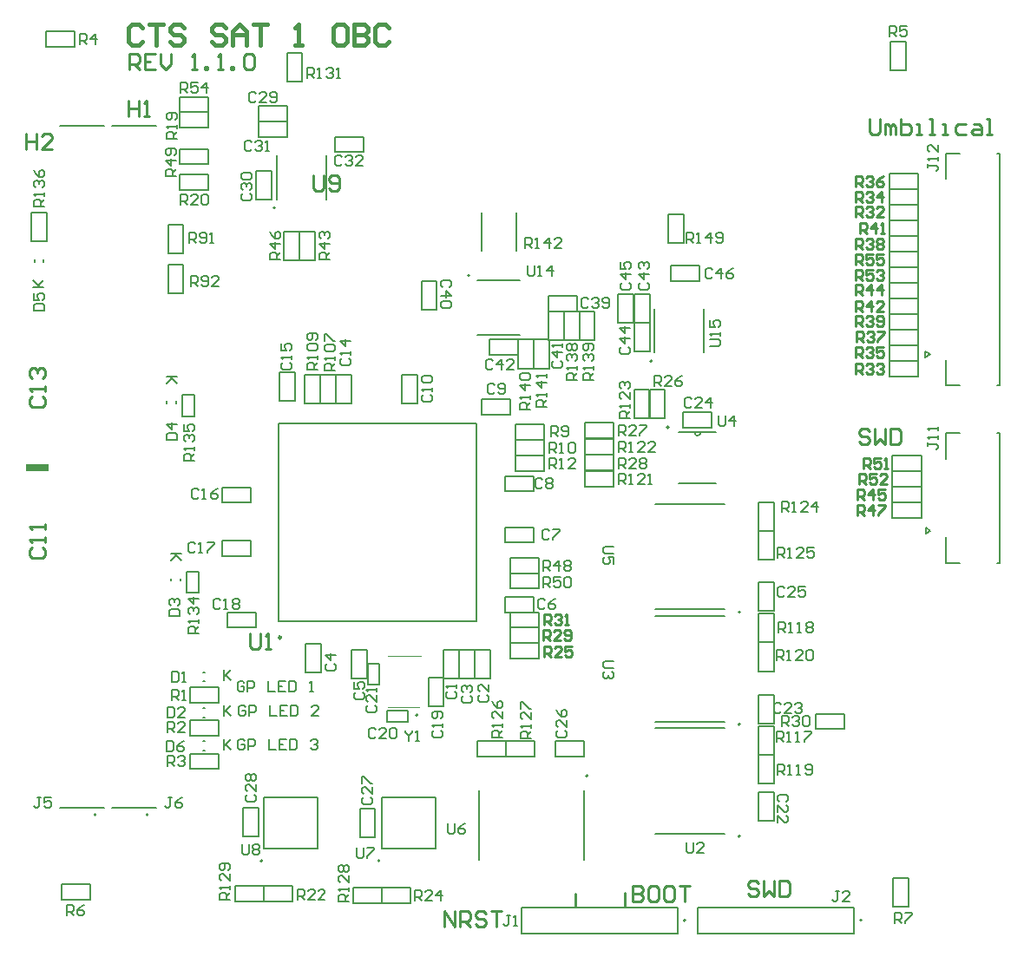
<source format=gbr>
%TF.GenerationSoftware,Altium Limited,Altium Designer,21.8.1 (53)*%
G04 Layer_Color=65535*
%FSLAX45Y45*%
%MOMM*%
%TF.SameCoordinates,1CF0B822-2DD9-431B-A6BE-AAED35006C4B*%
%TF.FilePolarity,Positive*%
%TF.FileFunction,Legend,Top*%
%TF.Part,Single*%
G01*
G75*
%TA.AperFunction,NonConductor*%
%ADD43C,0.25400*%
%ADD59C,0.20000*%
%ADD60C,0.15240*%
%ADD61C,0.12700*%
%ADD62C,0.20320*%
%ADD71C,0.25000*%
%ADD72C,0.10000*%
%ADD73C,0.38100*%
%ADD74R,2.20000X0.40000*%
D43*
X5450000Y280000D02*
Y410000D01*
X5927267Y284196D02*
Y414196D01*
X4165600Y88900D02*
Y241251D01*
X4267167Y88900D01*
Y241251D01*
X4317951Y88900D02*
Y241251D01*
X4394126D01*
X4419518Y215859D01*
Y165075D01*
X4394126Y139683D01*
X4317951D01*
X4368734D02*
X4419518Y88900D01*
X4571869Y215859D02*
X4546477Y241251D01*
X4495693D01*
X4470301Y215859D01*
Y190467D01*
X4495693Y165075D01*
X4546477D01*
X4571869Y139683D01*
Y114292D01*
X4546477Y88900D01*
X4495693D01*
X4470301Y114292D01*
X4622652Y241251D02*
X4724219D01*
X4673436D01*
Y88900D01*
X6005400Y487751D02*
Y335400D01*
X6081575D01*
X6106967Y360792D01*
Y386183D01*
X6081575Y411575D01*
X6005400D01*
X6081575D01*
X6106967Y436967D01*
Y462359D01*
X6081575Y487751D01*
X6005400D01*
X6233926D02*
X6183143D01*
X6157751Y462359D01*
Y360792D01*
X6183143Y335400D01*
X6233926D01*
X6259318Y360792D01*
Y462359D01*
X6233926Y487751D01*
X6386277D02*
X6335493D01*
X6310101Y462359D01*
Y360792D01*
X6335493Y335400D01*
X6386277D01*
X6411669Y360792D01*
Y462359D01*
X6386277Y487751D01*
X6462452D02*
X6564019D01*
X6513236D01*
Y335400D01*
X7237002Y511365D02*
X7211610Y536757D01*
X7160826D01*
X7135435Y511365D01*
Y485973D01*
X7160826Y460582D01*
X7211610D01*
X7237002Y435190D01*
Y409798D01*
X7211610Y384406D01*
X7160826D01*
X7135435Y409798D01*
X7287785Y536757D02*
Y384406D01*
X7338569Y435190D01*
X7389353Y384406D01*
Y536757D01*
X7440136D02*
Y384406D01*
X7516311D01*
X7541703Y409798D01*
Y511365D01*
X7516311Y536757D01*
X7440136D01*
X8316967Y4922359D02*
X8291575Y4947751D01*
X8240792D01*
X8215400Y4922359D01*
Y4896967D01*
X8240792Y4871575D01*
X8291575D01*
X8316967Y4846184D01*
Y4820792D01*
X8291575Y4795400D01*
X8240792D01*
X8215400Y4820792D01*
X8367751Y4947751D02*
Y4795400D01*
X8418534Y4846184D01*
X8469318Y4795400D01*
Y4947751D01*
X8520101D02*
Y4795400D01*
X8596277D01*
X8621669Y4820792D01*
Y4922359D01*
X8596277Y4947751D01*
X8520101D01*
X8315400Y7967751D02*
Y7840792D01*
X8340792Y7815400D01*
X8391575D01*
X8416967Y7840792D01*
Y7967751D01*
X8467751Y7815400D02*
Y7916967D01*
X8493143D01*
X8518534Y7891575D01*
Y7815400D01*
Y7891575D01*
X8543926Y7916967D01*
X8569318Y7891575D01*
Y7815400D01*
X8620101Y7967751D02*
Y7815400D01*
X8696277D01*
X8721669Y7840792D01*
Y7866183D01*
Y7891575D01*
X8696277Y7916967D01*
X8620101D01*
X8772452Y7815400D02*
X8823236D01*
X8797844D01*
Y7916967D01*
X8772452D01*
X8899411Y7815400D02*
X8950194D01*
X8924803D01*
Y7967751D01*
X8899411D01*
X9026370Y7815400D02*
X9077153D01*
X9051762D01*
Y7916967D01*
X9026370D01*
X9254896D02*
X9178721D01*
X9153329Y7891575D01*
Y7840792D01*
X9178721Y7815400D01*
X9254896D01*
X9331071Y7916967D02*
X9381855D01*
X9407247Y7891575D01*
Y7815400D01*
X9331071D01*
X9305679Y7840792D01*
X9331071Y7866183D01*
X9407247D01*
X9458030Y7815400D02*
X9508814D01*
X9483422D01*
Y7967751D01*
X9458030D01*
X85400Y7827751D02*
Y7675400D01*
Y7751575D01*
X186967D01*
Y7827751D01*
Y7675400D01*
X339318D02*
X237751D01*
X339318Y7776967D01*
Y7802359D01*
X313926Y7827751D01*
X263142D01*
X237751Y7802359D01*
X1085400Y8147751D02*
Y7995400D01*
Y8071575D01*
X1186967D01*
Y8147751D01*
Y7995400D01*
X1237751D02*
X1288534D01*
X1263143D01*
Y8147751D01*
X1237751Y8122359D01*
X1095400Y8455400D02*
Y8607751D01*
X1171575D01*
X1196967Y8582359D01*
Y8531575D01*
X1171575Y8506183D01*
X1095400D01*
X1146183D02*
X1196967Y8455400D01*
X1349318Y8607751D02*
X1247751D01*
Y8455400D01*
X1349318D01*
X1247751Y8531575D02*
X1298534D01*
X1400101Y8607751D02*
Y8506183D01*
X1450885Y8455400D01*
X1501669Y8506183D01*
Y8607751D01*
X1704803Y8455400D02*
X1755586D01*
X1730195D01*
Y8607751D01*
X1704803Y8582359D01*
X1831762Y8455400D02*
Y8480792D01*
X1857154D01*
Y8455400D01*
X1831762D01*
X1958720D02*
X2009504D01*
X1984112D01*
Y8607751D01*
X1958720Y8582359D01*
X2085679Y8455400D02*
Y8480792D01*
X2111071D01*
Y8455400D01*
X2085679D01*
X2212638Y8582359D02*
X2238030Y8607751D01*
X2288814D01*
X2314205Y8582359D01*
Y8480792D01*
X2288814Y8455400D01*
X2238030D01*
X2212638Y8480792D01*
Y8582359D01*
X8184577Y6549217D02*
Y6650784D01*
X8235361D01*
X8252289Y6633856D01*
Y6600000D01*
X8235361Y6583072D01*
X8184577D01*
X8218433D02*
X8252289Y6549217D01*
X8353856Y6650784D02*
X8286144D01*
Y6600000D01*
X8320000Y6616928D01*
X8336928D01*
X8353856Y6600000D01*
Y6566144D01*
X8336928Y6549217D01*
X8303072D01*
X8286144Y6566144D01*
X8455423Y6650784D02*
X8387712D01*
Y6600000D01*
X8421567Y6616928D01*
X8438495D01*
X8455423Y6600000D01*
Y6566144D01*
X8438495Y6549217D01*
X8404640D01*
X8387712Y6566144D01*
X8186377Y6397016D02*
Y6498584D01*
X8237161D01*
X8254088Y6481656D01*
Y6447800D01*
X8237161Y6430872D01*
X8186377D01*
X8220233D02*
X8254088Y6397016D01*
X8355656Y6498584D02*
X8287944D01*
Y6447800D01*
X8321800Y6464728D01*
X8338728D01*
X8355656Y6447800D01*
Y6413944D01*
X8338728Y6397016D01*
X8304872D01*
X8287944Y6413944D01*
X8389512Y6481656D02*
X8406439Y6498584D01*
X8440295D01*
X8457223Y6481656D01*
Y6464728D01*
X8440295Y6447800D01*
X8423367D01*
X8440295D01*
X8457223Y6430872D01*
Y6413944D01*
X8440295Y6397016D01*
X8406439D01*
X8389512Y6413944D01*
X8216477Y4407217D02*
Y4508784D01*
X8267261D01*
X8284189Y4491856D01*
Y4458000D01*
X8267261Y4441073D01*
X8216477D01*
X8250333D02*
X8284189Y4407217D01*
X8385756Y4508784D02*
X8318045D01*
Y4458000D01*
X8351900Y4474928D01*
X8368828D01*
X8385756Y4458000D01*
Y4424145D01*
X8368828Y4407217D01*
X8334972D01*
X8318045Y4424145D01*
X8487323Y4407217D02*
X8419612D01*
X8487323Y4474928D01*
Y4491856D01*
X8470395Y4508784D01*
X8436540D01*
X8419612Y4491856D01*
X8258805Y4559617D02*
Y4661184D01*
X8309589D01*
X8326516Y4644256D01*
Y4610400D01*
X8309589Y4593473D01*
X8258805D01*
X8292661D02*
X8326516Y4559617D01*
X8428084Y4661184D02*
X8360372D01*
Y4610400D01*
X8394228Y4627328D01*
X8411156D01*
X8428084Y4610400D01*
Y4576545D01*
X8411156Y4559617D01*
X8377300D01*
X8360372Y4576545D01*
X8461940Y4559617D02*
X8495795D01*
X8478867D01*
Y4661184D01*
X8461940Y4644256D01*
X8199550Y4102417D02*
Y4203984D01*
X8250333D01*
X8267261Y4187056D01*
Y4153200D01*
X8250333Y4136273D01*
X8199550D01*
X8233405D02*
X8267261Y4102417D01*
X8351900D02*
Y4203984D01*
X8301117Y4153200D01*
X8368828D01*
X8402684Y4203984D02*
X8470395D01*
Y4187056D01*
X8402684Y4119345D01*
Y4102417D01*
X8199550Y4254817D02*
Y4356384D01*
X8250333D01*
X8267261Y4339456D01*
Y4305600D01*
X8250333Y4288673D01*
X8199550D01*
X8233405D02*
X8267261Y4254817D01*
X8351900D02*
Y4356384D01*
X8301117Y4305600D01*
X8368828D01*
X8470395Y4356384D02*
X8402684D01*
Y4305600D01*
X8436540Y4322528D01*
X8453467D01*
X8470395Y4305600D01*
Y4271745D01*
X8453467Y4254817D01*
X8419612D01*
X8402684Y4271745D01*
X8184577Y6249217D02*
Y6350784D01*
X8235361D01*
X8252289Y6333856D01*
Y6300000D01*
X8235361Y6283072D01*
X8184577D01*
X8218433D02*
X8252289Y6249217D01*
X8336928D02*
Y6350784D01*
X8286144Y6300000D01*
X8353856D01*
X8438495Y6249217D02*
Y6350784D01*
X8387712Y6300000D01*
X8455423D01*
X8184577Y6089216D02*
Y6190784D01*
X8235361D01*
X8252289Y6173856D01*
Y6140000D01*
X8235361Y6123072D01*
X8184577D01*
X8218433D02*
X8252289Y6089216D01*
X8336928D02*
Y6190784D01*
X8286144Y6140000D01*
X8353856D01*
X8455423Y6089216D02*
X8387712D01*
X8455423Y6156928D01*
Y6173856D01*
X8438495Y6190784D01*
X8404640D01*
X8387712Y6173856D01*
X8228705Y6854216D02*
Y6955784D01*
X8279488D01*
X8296416Y6938856D01*
Y6905000D01*
X8279488Y6888072D01*
X8228705D01*
X8262561D02*
X8296416Y6854216D01*
X8381056D02*
Y6955784D01*
X8330272Y6905000D01*
X8397983D01*
X8431839Y6854216D02*
X8465695D01*
X8448767D01*
Y6955784D01*
X8431839Y6938856D01*
X8184577Y5949216D02*
Y6050784D01*
X8235361D01*
X8252289Y6033856D01*
Y6000000D01*
X8235361Y5983072D01*
X8184577D01*
X8218433D02*
X8252289Y5949216D01*
X8286144Y6033856D02*
X8303072Y6050784D01*
X8336928D01*
X8353856Y6033856D01*
Y6016928D01*
X8336928Y6000000D01*
X8320000D01*
X8336928D01*
X8353856Y5983072D01*
Y5966144D01*
X8336928Y5949216D01*
X8303072D01*
X8286144Y5966144D01*
X8387712D02*
X8404640Y5949216D01*
X8438495D01*
X8455423Y5966144D01*
Y6033856D01*
X8438495Y6050784D01*
X8404640D01*
X8387712Y6033856D01*
Y6016928D01*
X8404640Y6000000D01*
X8455423D01*
X8186377Y6701816D02*
Y6803384D01*
X8237161D01*
X8254088Y6786456D01*
Y6752600D01*
X8237161Y6735672D01*
X8186377D01*
X8220233D02*
X8254088Y6701816D01*
X8287944Y6786456D02*
X8304872Y6803384D01*
X8338728D01*
X8355656Y6786456D01*
Y6769528D01*
X8338728Y6752600D01*
X8321800D01*
X8338728D01*
X8355656Y6735672D01*
Y6718744D01*
X8338728Y6701816D01*
X8304872D01*
X8287944Y6718744D01*
X8389512Y6786456D02*
X8406439Y6803384D01*
X8440295D01*
X8457223Y6786456D01*
Y6769528D01*
X8440295Y6752600D01*
X8457223Y6735672D01*
Y6718744D01*
X8440295Y6701816D01*
X8406439D01*
X8389512Y6718744D01*
Y6735672D01*
X8406439Y6752600D01*
X8389512Y6769528D01*
Y6786456D01*
X8406439Y6752600D02*
X8440295D01*
X8194577Y5789217D02*
Y5890784D01*
X8245361D01*
X8262289Y5873856D01*
Y5840000D01*
X8245361Y5823072D01*
X8194577D01*
X8228433D02*
X8262289Y5789217D01*
X8296144Y5873856D02*
X8313072Y5890784D01*
X8346928D01*
X8363856Y5873856D01*
Y5856928D01*
X8346928Y5840000D01*
X8330000D01*
X8346928D01*
X8363856Y5823072D01*
Y5806144D01*
X8346928Y5789217D01*
X8313072D01*
X8296144Y5806144D01*
X8397712Y5890784D02*
X8465423D01*
Y5873856D01*
X8397712Y5806144D01*
Y5789217D01*
X8186377Y7311416D02*
Y7412984D01*
X8237161D01*
X8254088Y7396056D01*
Y7362200D01*
X8237161Y7345272D01*
X8186377D01*
X8220233D02*
X8254088Y7311416D01*
X8287944Y7396056D02*
X8304872Y7412984D01*
X8338728D01*
X8355656Y7396056D01*
Y7379128D01*
X8338728Y7362200D01*
X8321800D01*
X8338728D01*
X8355656Y7345272D01*
Y7328344D01*
X8338728Y7311416D01*
X8304872D01*
X8287944Y7328344D01*
X8457223Y7412984D02*
X8423367Y7396056D01*
X8389512Y7362200D01*
Y7328344D01*
X8406439Y7311416D01*
X8440295D01*
X8457223Y7328344D01*
Y7345272D01*
X8440295Y7362200D01*
X8389512D01*
X8184577Y5639217D02*
Y5740784D01*
X8235361D01*
X8252289Y5723856D01*
Y5690000D01*
X8235361Y5673072D01*
X8184577D01*
X8218433D02*
X8252289Y5639217D01*
X8286144Y5723856D02*
X8303072Y5740784D01*
X8336928D01*
X8353856Y5723856D01*
Y5706928D01*
X8336928Y5690000D01*
X8320000D01*
X8336928D01*
X8353856Y5673072D01*
Y5656144D01*
X8336928Y5639217D01*
X8303072D01*
X8286144Y5656144D01*
X8455423Y5740784D02*
X8387712D01*
Y5690000D01*
X8421567Y5706928D01*
X8438495D01*
X8455423Y5690000D01*
Y5656144D01*
X8438495Y5639217D01*
X8404640D01*
X8387712Y5656144D01*
X8186377Y7159016D02*
Y7260584D01*
X8237161D01*
X8254088Y7243656D01*
Y7209800D01*
X8237161Y7192872D01*
X8186377D01*
X8220233D02*
X8254088Y7159016D01*
X8287944Y7243656D02*
X8304872Y7260584D01*
X8338728D01*
X8355656Y7243656D01*
Y7226728D01*
X8338728Y7209800D01*
X8321800D01*
X8338728D01*
X8355656Y7192872D01*
Y7175944D01*
X8338728Y7159016D01*
X8304872D01*
X8287944Y7175944D01*
X8440295Y7159016D02*
Y7260584D01*
X8389512Y7209800D01*
X8457223D01*
X8186377Y5482616D02*
Y5584184D01*
X8237161D01*
X8254088Y5567256D01*
Y5533400D01*
X8237161Y5516472D01*
X8186377D01*
X8220233D02*
X8254088Y5482616D01*
X8287944Y5567256D02*
X8304872Y5584184D01*
X8338728D01*
X8355656Y5567256D01*
Y5550328D01*
X8338728Y5533400D01*
X8321800D01*
X8338728D01*
X8355656Y5516472D01*
Y5499544D01*
X8338728Y5482616D01*
X8304872D01*
X8287944Y5499544D01*
X8389512Y5567256D02*
X8406439Y5584184D01*
X8440295D01*
X8457223Y5567256D01*
Y5550328D01*
X8440295Y5533400D01*
X8423367D01*
X8440295D01*
X8457223Y5516472D01*
Y5499544D01*
X8440295Y5482616D01*
X8406439D01*
X8389512Y5499544D01*
X8184577Y7009217D02*
Y7110784D01*
X8235361D01*
X8252289Y7093856D01*
Y7060000D01*
X8235361Y7043072D01*
X8184577D01*
X8218433D02*
X8252289Y7009217D01*
X8286144Y7093856D02*
X8303072Y7110784D01*
X8336928D01*
X8353856Y7093856D01*
Y7076928D01*
X8336928Y7060000D01*
X8320000D01*
X8336928D01*
X8353856Y7043072D01*
Y7026144D01*
X8336928Y7009217D01*
X8303072D01*
X8286144Y7026144D01*
X8455423Y7009217D02*
X8387712D01*
X8455423Y7076928D01*
Y7093856D01*
X8438495Y7110784D01*
X8404640D01*
X8387712Y7093856D01*
X5141505Y3029216D02*
Y3130784D01*
X5192288D01*
X5209216Y3113856D01*
Y3080000D01*
X5192288Y3063072D01*
X5141505D01*
X5175360D02*
X5209216Y3029216D01*
X5243072Y3113856D02*
X5260000Y3130784D01*
X5293856D01*
X5310783Y3113856D01*
Y3096928D01*
X5293856Y3080000D01*
X5276928D01*
X5293856D01*
X5310783Y3063072D01*
Y3046144D01*
X5293856Y3029216D01*
X5260000D01*
X5243072Y3046144D01*
X5344639Y3029216D02*
X5378495D01*
X5361567D01*
Y3130784D01*
X5344639Y3113856D01*
X5134577Y2879216D02*
Y2980784D01*
X5185360D01*
X5202288Y2963856D01*
Y2930000D01*
X5185360Y2913072D01*
X5134577D01*
X5168433D02*
X5202288Y2879216D01*
X5303856D02*
X5236144D01*
X5303856Y2946928D01*
Y2963856D01*
X5286928Y2980784D01*
X5253072D01*
X5236144Y2963856D01*
X5337711Y2896144D02*
X5354639Y2879216D01*
X5388495D01*
X5405423Y2896144D01*
Y2963856D01*
X5388495Y2980784D01*
X5354639D01*
X5337711Y2963856D01*
Y2946928D01*
X5354639Y2930000D01*
X5405423D01*
X5144577Y2719217D02*
Y2820784D01*
X5195361D01*
X5212289Y2803856D01*
Y2770000D01*
X5195361Y2753072D01*
X5144577D01*
X5178433D02*
X5212289Y2719217D01*
X5313856D02*
X5246144D01*
X5313856Y2786928D01*
Y2803856D01*
X5296928Y2820784D01*
X5263072D01*
X5246144Y2803856D01*
X5415423Y2820784D02*
X5347712D01*
Y2770000D01*
X5381567Y2786928D01*
X5398495D01*
X5415423Y2770000D01*
Y2736144D01*
X5398495Y2719217D01*
X5364640D01*
X5347712Y2736144D01*
X149217Y3786521D02*
X123825Y3761129D01*
Y3710346D01*
X149217Y3684954D01*
X250784D01*
X276175Y3710346D01*
Y3761129D01*
X250784Y3786521D01*
X276175Y3837304D02*
Y3888088D01*
Y3862696D01*
X123825D01*
X149217Y3837304D01*
X276175Y3964263D02*
Y4015047D01*
Y3989655D01*
X123825D01*
X149217Y3964263D01*
X2889598Y7420976D02*
Y7294017D01*
X2914990Y7268625D01*
X2965774D01*
X2991165Y7294017D01*
Y7420976D01*
X3041949Y7294017D02*
X3067341Y7268625D01*
X3118124D01*
X3143516Y7294017D01*
Y7395584D01*
X3118124Y7420976D01*
X3067341D01*
X3041949Y7395584D01*
Y7370192D01*
X3067341Y7344800D01*
X3143516D01*
X2275513Y2950435D02*
Y2823476D01*
X2300905Y2798085D01*
X2351688D01*
X2377080Y2823476D01*
Y2950435D01*
X2427864Y2798085D02*
X2478647D01*
X2453256D01*
Y2950435D01*
X2427864Y2925043D01*
X149216Y5261129D02*
X123824Y5235737D01*
Y5184954D01*
X149216Y5159562D01*
X250783D01*
X276175Y5184954D01*
Y5235737D01*
X250783Y5261129D01*
X276175Y5311913D02*
Y5362696D01*
Y5337305D01*
X123824D01*
X149216Y5311913D01*
Y5438872D02*
X123824Y5464263D01*
Y5515047D01*
X149216Y5540439D01*
X174608D01*
X200000Y5515047D01*
Y5489655D01*
Y5515047D01*
X225392Y5540439D01*
X250783D01*
X276175Y5515047D01*
Y5464263D01*
X250783Y5438872D01*
D59*
X4415360Y6439960D02*
G03*
X4415360Y6439960I-10000J0D01*
G01*
X7056720Y3156940D02*
G03*
X7056720Y3156940I-10000J0D01*
G01*
Y970000D02*
G03*
X7056720Y970000I-10000J0D01*
G01*
Y2059660D02*
G03*
X7056720Y2059660I-10000J0D01*
G01*
X3540000Y730000D02*
G03*
X3540000Y730000I-10000J0D01*
G01*
X2393700Y728600D02*
G03*
X2393700Y728600I-10000J0D01*
G01*
X5570380Y1556720D02*
G03*
X5570380Y1556720I-10000J0D01*
G01*
X3900000Y2140000D02*
G03*
X3900000Y2160000I0J10000D01*
G01*
D02*
G03*
X3900000Y2140000I0J-10000D01*
G01*
X6360000Y4960000D02*
G03*
X6360000Y4960000I-10000J0D01*
G01*
X2520000Y7100000D02*
G03*
X2520000Y7100000I-10000J0D01*
G01*
X6197340Y5603300D02*
G03*
X6197340Y5603300I-10000J0D01*
G01*
X8242000Y150000D02*
G03*
X8242000Y150000I-10000J0D01*
G01*
X6522000D02*
G03*
X6522000Y150000I-10000J0D01*
G01*
X1280000Y1179500D02*
G03*
X1280000Y1179500I-10000J0D01*
G01*
X772000D02*
G03*
X772000Y1179500I-10000J0D01*
G01*
X290900Y6775000D02*
Y7055000D01*
X140900D02*
X290900D01*
X140900Y6775000D02*
Y7055000D01*
Y6775000D02*
X290900D01*
X1730900Y5069200D02*
Y5274200D01*
X1615900Y5069200D02*
X1730900D01*
X1615900D02*
Y5274200D01*
X1730900D01*
X4015000Y2240000D02*
X4165000D01*
X4015000D02*
Y2520000D01*
X4165000D01*
Y2240000D02*
Y2520000D01*
X6226720Y4211940D02*
X6906720D01*
X6226720Y3181940D02*
X6906720D01*
X3755000Y5470000D02*
X3905000D01*
Y5190000D02*
Y5470000D01*
X3755000Y5190000D02*
X3905000D01*
X3755000D02*
Y5470000D01*
X6226720Y2025000D02*
X6906720D01*
X6226720Y995000D02*
X6906720D01*
X6226720Y3114660D02*
X6906720D01*
X6226720Y2084660D02*
X6906720D01*
X3558500Y850000D02*
Y1350000D01*
X4081500D01*
Y850000D02*
Y1350000D01*
X3558500Y850000D02*
X4081500D01*
X2130000Y335000D02*
Y485000D01*
X2410000D01*
Y335000D02*
Y485000D01*
X2130000Y335000D02*
X2410000D01*
X2690000D02*
Y485000D01*
X2410000Y335000D02*
X2690000D01*
X2410000D02*
Y485000D01*
X2690000D01*
X2412200Y848600D02*
Y1348600D01*
X2935200D01*
Y848600D02*
Y1348600D01*
X2412200Y848600D02*
X2935200D01*
X2205000Y1250000D02*
X2355000D01*
Y970000D02*
Y1250000D01*
X2205000Y970000D02*
X2355000D01*
X2205000D02*
Y1250000D01*
X3345000Y1240000D02*
X3495000D01*
Y960000D02*
Y1240000D01*
X3345000Y960000D02*
X3495000D01*
X3345000D02*
Y1240000D01*
X3280000Y315000D02*
Y465000D01*
X3560000D01*
Y315000D02*
Y465000D01*
X3280000Y315000D02*
X3560000D01*
X3840000D02*
Y465000D01*
X3560000Y315000D02*
X3840000D01*
X3560000D02*
Y465000D01*
X3840000D01*
X4505380Y736720D02*
Y1416720D01*
X5535380Y736720D02*
Y1416720D01*
X5540000Y4696633D02*
Y4846633D01*
X5820000D01*
Y4696633D02*
Y4846633D01*
X5540000Y4696633D02*
X5820000D01*
X5540000Y4853266D02*
Y5003266D01*
X5820000D01*
Y4853266D02*
Y5003266D01*
X5540000Y4853266D02*
X5820000D01*
X5050000Y1745000D02*
Y1895000D01*
X4770000Y1745000D02*
X5050000D01*
X4770000D02*
Y1895000D01*
X5050000D01*
X4490000Y1745000D02*
Y1895000D01*
X4770000D01*
Y1745000D02*
Y1895000D01*
X4490000Y1745000D02*
X4770000D01*
X5250000D02*
Y1895000D01*
X5530000D01*
Y1745000D02*
Y1895000D01*
X5250000Y1745000D02*
X5530000D01*
X7790000Y2015000D02*
Y2165000D01*
X8070000D01*
Y2015000D02*
Y2165000D01*
X7790000Y2015000D02*
X8070000D01*
X1590000Y7525000D02*
X1870000D01*
Y7675000D01*
X1590000D02*
X1870000D01*
X1590000Y7525000D02*
Y7675000D01*
Y8035000D02*
X1870000D01*
Y8185000D01*
X1590000D02*
X1870000D01*
X1590000Y8035000D02*
Y8185000D01*
X2550000Y3067500D02*
Y4997500D01*
X4480000D01*
Y3067500D02*
Y4997500D01*
X2550000Y3067500D02*
X4480000D01*
X5090000Y3005000D02*
Y3155000D01*
X4810000Y3005000D02*
X5090000D01*
X4810000D02*
Y3155000D01*
X5090000D01*
Y2855000D02*
Y3005000D01*
X4810000Y2855000D02*
X5090000D01*
X4810000D02*
Y3005000D01*
X5090000D01*
Y2705000D02*
Y2855000D01*
X4810000Y2705000D02*
X5090000D01*
X4810000D02*
Y2855000D01*
X5090000D01*
X4165000Y2510000D02*
X4315000D01*
X4165000D02*
Y2790001D01*
X4315000D01*
Y2510000D02*
Y2790001D01*
X3817500Y2082500D02*
Y2197500D01*
X3612500D02*
X3817500D01*
X3612500Y2082500D02*
Y2197500D01*
Y2082500D02*
X3817500D01*
X3422500Y2652500D02*
X3537500D01*
X3422500Y2447500D02*
Y2652500D01*
Y2447500D02*
X3537500D01*
Y2652500D01*
X7235000Y3670000D02*
X7385000D01*
X7235000D02*
Y3950000D01*
X7385000D01*
Y3670000D02*
Y3950000D01*
X7235000Y4230000D02*
X7385000D01*
Y3949999D02*
Y4230000D01*
X7235000Y3949999D02*
X7385000D01*
X7235000D02*
Y4230000D01*
X6173900Y5326120D02*
X6323900D01*
Y5046119D02*
Y5326120D01*
X6173900Y5046119D02*
X6323900D01*
X6173900D02*
Y5326120D01*
X6780000Y4955000D02*
Y5105000D01*
X6500000Y4955000D02*
X6780000D01*
X6500000D02*
Y5105000D01*
X6780000D01*
X5540000Y4540000D02*
Y4690000D01*
X5820000D01*
Y4540000D02*
Y4690000D01*
X5540000Y4540000D02*
X5820000D01*
X5540000Y4383367D02*
Y4533367D01*
X5820000D01*
Y4383367D02*
Y4533367D01*
X5540000Y4383367D02*
X5820000D01*
X6021500Y5326120D02*
X6171500D01*
Y5046119D02*
Y5326120D01*
X6021500Y5046119D02*
X6171500D01*
X6021500D02*
Y5326120D01*
X2360000Y7795000D02*
Y7945000D01*
X2640000D01*
Y7795000D02*
Y7945000D01*
X2360000Y7795000D02*
X2640000D01*
Y7945000D02*
Y8095000D01*
X2360000Y7945000D02*
X2640000D01*
X2360000D02*
Y8095000D01*
X2640000D01*
X3021300Y7185900D02*
Y7615900D01*
X2538700Y7185900D02*
Y7615900D01*
X2335000Y7180000D02*
X2485000D01*
X2335000D02*
Y7460000D01*
X2485000D01*
Y7180000D02*
Y7460000D01*
X6698640Y5689200D02*
Y6119200D01*
X6216040Y5689200D02*
Y6119200D01*
X5187500Y6092500D02*
Y6242500D01*
X5467500D01*
Y6092500D02*
Y6242500D01*
X5187500Y6092500D02*
X5467500D01*
X3947500Y6110000D02*
X4097500D01*
X3947500D02*
Y6390000D01*
X4097500D01*
Y6110000D02*
Y6390000D01*
X5337500Y6092500D02*
X5487500D01*
Y5812500D02*
Y6092500D01*
X5337500Y5812500D02*
X5487500D01*
X5337500D02*
Y6092500D01*
X4610000Y5665000D02*
Y5815000D01*
X4890000D01*
Y5665000D02*
Y5815000D01*
X4610000Y5665000D02*
X4890000D01*
X4890000Y5535000D02*
X5040000D01*
X4890000D02*
Y5815000D01*
X5040000D01*
Y5535000D02*
Y5815000D01*
X5487500Y6092500D02*
X5637500D01*
Y5812500D02*
Y6092500D01*
X5487500Y5812500D02*
X5637500D01*
X5487500D02*
Y6092500D01*
X5040000Y5535000D02*
X5190000D01*
X5040000D02*
Y5815000D01*
X5190000D01*
Y5535000D02*
Y5815000D01*
X5187500Y6092500D02*
X5337500D01*
Y5812500D02*
Y6092500D01*
X5187500Y5812500D02*
X5337500D01*
X5187500D02*
Y6092500D01*
X7235000Y3450000D02*
X7385000D01*
Y3170000D02*
Y3450000D01*
X7235000Y3170000D02*
X7385000D01*
X7235000D02*
Y3450000D01*
Y1120000D02*
X7385000D01*
X7235000D02*
Y1400000D01*
X7385000D01*
Y1120000D02*
Y1400000D01*
X7235000Y2040000D02*
X7385000D01*
Y1760000D02*
Y2040000D01*
X7235000Y1760000D02*
X7385000D01*
X7235000D02*
Y2040000D01*
Y1480000D02*
X7385000D01*
X7235000D02*
Y1760000D01*
X7385000D01*
Y1480000D02*
Y1760000D01*
X7235000Y2580000D02*
X7385000D01*
X7235000D02*
Y2860000D01*
X7385000D01*
Y2580000D02*
Y2860000D01*
X7235000Y2350000D02*
X7385000D01*
Y2070000D02*
Y2350000D01*
X7235000Y2070000D02*
X7385000D01*
X7235000D02*
Y2350000D01*
Y3140000D02*
X7385000D01*
Y2860000D02*
Y3140000D01*
X7235000Y2860000D02*
X7385000D01*
X7235000D02*
Y3140000D01*
X2635000Y8330000D02*
X2785000D01*
X2635000D02*
Y8610000D01*
X2785000D01*
Y8330000D02*
Y8610000D01*
X2604900Y6590000D02*
X2754900D01*
X2604900D02*
Y6870000D01*
X2754900D01*
Y6590000D02*
Y6870000D01*
X2755000Y6590000D02*
X2905000D01*
X2755000D02*
Y6870000D01*
X2905000D01*
Y6590000D02*
Y6870000D01*
X2559499Y5499400D02*
X2709500D01*
Y5219400D02*
Y5499400D01*
X2559499Y5219400D02*
X2709500D01*
X2559499D02*
Y5499400D01*
X6643000Y277000D02*
X8167000D01*
X6643000Y23000D02*
X8167000D01*
X6643000D02*
Y277000D01*
X8167000Y23000D02*
Y277000D01*
X4923000D02*
X6447000D01*
X4923000Y23000D02*
X6447000D01*
X4923000D02*
Y277000D01*
X6447000Y23000D02*
Y277000D01*
X930900Y7899500D02*
X1355100D01*
X930900Y1244500D02*
X1355100D01*
X422900Y7899500D02*
X847100D01*
X422900Y1244500D02*
X847100D01*
X3100000Y7645000D02*
Y7795000D01*
X3380000D01*
Y7645000D02*
Y7795000D01*
X3100000Y7645000D02*
X3380000D01*
X8512000Y6068000D02*
X8792000D01*
Y6218000D01*
X8512000D02*
X8792000D01*
X8512000Y6068000D02*
Y6218000D01*
Y6220400D02*
X8792000D01*
Y6370400D01*
X8512000D02*
X8792000D01*
X8512000Y6220400D02*
Y6370400D01*
Y6372800D02*
X8792000D01*
Y6522800D01*
X8512000D02*
X8792000D01*
X8512000Y6372800D02*
Y6522800D01*
Y6525200D02*
X8792000D01*
Y6675200D01*
X8512000D02*
X8792000D01*
X8512000Y6525200D02*
Y6675200D01*
Y6827600D02*
X8792000D01*
X8512000Y6677600D02*
Y6827600D01*
Y6677600D02*
X8792000D01*
Y6827600D01*
X8512000Y6980000D02*
X8792000D01*
X8512000Y6830000D02*
Y6980000D01*
Y6830000D02*
X8792000D01*
Y6980000D01*
X8512000Y6982400D02*
X8792000D01*
Y7132400D01*
X8512000D02*
X8792000D01*
X8512000Y6982400D02*
Y7132400D01*
Y7284800D02*
X8792000D01*
X8512000Y7134800D02*
Y7284800D01*
Y7134800D02*
X8792000D01*
Y7284800D01*
X8512000Y5458400D02*
X8792000D01*
Y5608400D01*
X8512000D02*
X8792000D01*
X8512000Y5458400D02*
Y5608400D01*
Y5610800D02*
X8792000D01*
Y5760800D01*
X8512000D02*
X8792000D01*
X8512000Y5610800D02*
Y5760800D01*
Y5763200D02*
X8792000D01*
Y5913200D01*
X8512000D02*
X8792000D01*
X8512000Y5763200D02*
Y5913200D01*
Y5915600D02*
X8792000D01*
Y6065600D01*
X8512000D02*
X8792000D01*
X8512000Y5915600D02*
Y6065600D01*
Y7437200D02*
X8792000D01*
X8512000Y7287200D02*
Y7437200D01*
Y7287200D02*
X8792000D01*
Y7437200D01*
X8550000Y285000D02*
X8700000D01*
X8550000D02*
Y565000D01*
X8700000D01*
Y285000D02*
Y565000D01*
X8525000Y8720000D02*
X8675000D01*
Y8440000D02*
Y8720000D01*
X8525000Y8440000D02*
X8675000D01*
X8525000D02*
Y8720000D01*
X8542100Y4535400D02*
X8822100D01*
Y4685400D01*
X8542100D02*
X8822100D01*
X8542100Y4535400D02*
Y4685400D01*
Y4230600D02*
X8822100D01*
Y4380600D01*
X8542100D02*
X8822100D01*
X8542100Y4230600D02*
Y4380600D01*
Y4383000D02*
X8822100D01*
Y4533000D01*
X8542100D02*
X8822100D01*
X8542100Y4383000D02*
Y4533000D01*
Y4078200D02*
X8822100D01*
Y4228200D01*
X8542100D02*
X8822100D01*
X8542100Y4078200D02*
Y4228200D01*
X715000Y350000D02*
Y500000D01*
X435000Y350000D02*
X715000D01*
X435000D02*
Y500000D01*
X715000D01*
X285000Y8675000D02*
Y8825000D01*
X565000D01*
Y8675000D02*
Y8825000D01*
X285000Y8675000D02*
X565000D01*
X4465000Y2510000D02*
X4615000D01*
X4465000D02*
Y2790000D01*
X4615000D01*
Y2510000D02*
Y2790000D01*
X2050000Y3005000D02*
Y3155000D01*
X2330000D01*
Y3005000D02*
Y3155000D01*
X2050000Y3005000D02*
X2330000D01*
X2000000Y4225000D02*
Y4375000D01*
X2280000D01*
Y4225000D02*
Y4375000D01*
X2000000Y4225000D02*
X2280000D01*
X2000000Y3705000D02*
Y3855000D01*
X2280000D01*
Y3705000D02*
Y3855000D01*
X2000000Y3705000D02*
X2280000D01*
X2815000Y2570000D02*
X2965000D01*
X2815000D02*
Y2850000D01*
X2965000D01*
Y2570000D02*
Y2850000D01*
X1590000Y7275000D02*
Y7425000D01*
X1870000D01*
Y7275000D02*
Y7425000D01*
X1590000Y7275000D02*
X1870000D01*
X3265000Y2510000D02*
X3415000D01*
X3265000D02*
Y2790000D01*
X3415000D01*
Y2510000D02*
Y2790000D01*
X1590000Y7885000D02*
Y8035000D01*
X1870000D01*
Y7885000D02*
Y8035000D01*
X1590000Y7885000D02*
X1870000D01*
X2807900Y5194000D02*
X2957900D01*
X2807900D02*
Y5474000D01*
X2957900D01*
Y5194000D02*
Y5474000D01*
X2958279Y5194719D02*
X3108280D01*
X2958279D02*
Y5474720D01*
X3108280D01*
Y5194719D02*
Y5474720D01*
X5040000Y3835000D02*
Y3985000D01*
X4760000Y3835000D02*
X5040000D01*
X4760000D02*
Y3985000D01*
X5040000D01*
Y4335000D02*
Y4485000D01*
X4760000Y4335000D02*
X5040000D01*
X4760000D02*
Y4485000D01*
X5040000D01*
X5140000Y4535000D02*
Y4685000D01*
X4860000Y4535000D02*
X5140000D01*
X4860000D02*
Y4685000D01*
X5140000D01*
Y4685000D02*
Y4835000D01*
X4860000Y4685000D02*
X5140000D01*
X4860000D02*
Y4835000D01*
X5140000D01*
Y4985000D01*
X4860000Y4835000D02*
X5140000D01*
X4860000D02*
Y4985000D01*
X5140000D01*
X4810000Y5085000D02*
Y5235000D01*
X4530000Y5085000D02*
X4810000D01*
X4530000D02*
Y5235000D01*
X4810000D01*
X3112700Y5474000D02*
X3262700D01*
Y5194000D02*
Y5474000D01*
X3112700Y5194000D02*
X3262700D01*
X3112700D02*
Y5474000D01*
X4315000Y2510000D02*
X4465000D01*
X4315000D02*
Y2790000D01*
X4465000D01*
Y2510000D02*
Y2790000D01*
X5040000Y3155000D02*
Y3305000D01*
X4760000Y3155000D02*
X5040000D01*
X4760000D02*
Y3305000D01*
X5040000D01*
X5090000Y3385000D02*
Y3535000D01*
X4810000Y3385000D02*
X5090000D01*
X4810000D02*
Y3535000D01*
X5090000D01*
Y3535000D02*
Y3685000D01*
X4810000Y3535000D02*
X5090000D01*
X4810000D02*
Y3685000D01*
X5090000D01*
X1656600Y3549900D02*
X1771600D01*
X1656600Y3344900D02*
Y3549900D01*
Y3344900D02*
X1771600D01*
Y3549900D01*
X1475000Y6660000D02*
X1625000D01*
X1475000D02*
Y6940000D01*
X1625000D01*
Y6660000D02*
Y6940000D01*
X1475000Y6270000D02*
X1625000D01*
X1475000D02*
Y6550000D01*
X1625000D01*
Y6270000D02*
Y6550000D01*
X5865000Y5980000D02*
X6015000D01*
X5865000D02*
Y6260000D01*
X6015000D01*
Y5980000D02*
Y6260000D01*
X6025000D02*
X6175000D01*
Y5980000D02*
Y6260000D01*
X6025000Y5980000D02*
X6175000D01*
X6025000D02*
Y6260000D01*
X1685000Y2275000D02*
Y2425000D01*
X1965000D01*
Y2275000D02*
Y2425000D01*
X1685000Y2275000D02*
X1965000D01*
X1685000Y1950000D02*
Y2100000D01*
X1965000D01*
Y1950000D02*
Y2100000D01*
X1685000Y1950000D02*
X1965000D01*
X1685000Y1625000D02*
Y1775000D01*
X1965000D01*
Y1625000D02*
Y1775000D01*
X1685000Y1625000D02*
X1965000D01*
X6380000Y6385000D02*
Y6535000D01*
X6660000D01*
Y6385000D02*
Y6535000D01*
X6380000Y6385000D02*
X6660000D01*
X6355000Y7040000D02*
X6505000D01*
Y6760000D02*
Y7040000D01*
X6355000Y6760000D02*
X6505000D01*
X6355000D02*
Y7040000D01*
X6025000Y5700000D02*
X6175000D01*
X6025000D02*
Y5980000D01*
X6175000D01*
Y5700000D02*
Y5980000D01*
D60*
X6609520Y4908920D02*
G03*
X6670480Y4908920I30480J0D01*
G01*
X4493093Y5857030D02*
X4906906D01*
X4493093Y6392970D02*
X4906906D01*
X6459660Y4908920D02*
X6609520D01*
X6670480D01*
X6820340D01*
X6459660Y4411080D02*
X6820340D01*
X159092Y6330141D02*
X260659D01*
X226803D01*
X159092Y6397852D01*
X209875Y6347069D01*
X260659Y6397852D01*
X1565108Y5458758D02*
X1463541D01*
X1497397D01*
X1565108Y5391047D01*
X1514324Y5441831D01*
X1463541Y5391047D01*
X2015240Y2591807D02*
Y2490240D01*
Y2524096D01*
X2082951Y2591807D01*
X2032168Y2541023D01*
X2082951Y2490240D01*
X2015240Y2241807D02*
Y2140240D01*
Y2174096D01*
X2082951Y2241807D01*
X2032168Y2191024D01*
X2082951Y2140240D01*
X2015240Y1916807D02*
Y1815240D01*
Y1849096D01*
X2082951Y1916807D01*
X2032168Y1866023D01*
X2082951Y1815240D01*
X1605808Y3728159D02*
X1504241D01*
X1538096D01*
X1605808Y3660447D01*
X1555024Y3711231D01*
X1504241Y3660447D01*
D61*
X4530000Y6681400D02*
Y7051400D01*
X4870000Y6681400D02*
Y7051400D01*
X1553300Y5193000D02*
Y5215000D01*
X1463300Y5193000D02*
Y5215000D01*
X1814000Y2220000D02*
X1836000D01*
X1814000Y2130000D02*
X1836000D01*
X1814000Y1895000D02*
X1836000D01*
X1814000Y1805000D02*
X1836000D01*
X9560000Y4902500D02*
X9585000D01*
X9560000Y3637500D02*
X9585000D01*
X8864500Y3920000D02*
X8914500Y3950000D01*
X8864500Y3980000D02*
X8914500Y3950000D01*
X8864500Y3920000D02*
Y3980000D01*
X9065000Y4902500D02*
X9195000D01*
X9065000Y3637500D02*
X9195000D01*
X9585000D02*
Y4902500D01*
X9065000Y3637500D02*
Y3885500D01*
Y4654500D02*
Y4902500D01*
Y7383400D02*
Y7631400D01*
Y5366400D02*
Y5614400D01*
X9585000Y5366400D02*
Y7631400D01*
X9065000Y5366400D02*
X9195000D01*
X9065000Y7631400D02*
X9195000D01*
X8859800Y5640900D02*
Y5700900D01*
X8909800Y5670900D01*
X8859800Y5640900D02*
X8909800Y5670900D01*
X9560000Y5366400D02*
X9585000D01*
X9560000Y7631400D02*
X9585000D01*
X1504000Y3462400D02*
Y3484400D01*
X1594000Y3462400D02*
Y3484400D01*
X260900Y6573900D02*
Y6595900D01*
X170900Y6573900D02*
Y6595900D01*
X1814000Y2570000D02*
X1836000D01*
X1814000Y2480000D02*
X1836000D01*
D62*
X2222949Y1902208D02*
X2206021Y1919135D01*
X2172166D01*
X2155238Y1902208D01*
Y1834496D01*
X2172166Y1817568D01*
X2206021D01*
X2222949Y1834496D01*
Y1868352D01*
X2189094D01*
X2256805Y1817568D02*
Y1919135D01*
X2307589D01*
X2324517Y1902208D01*
Y1868352D01*
X2307589Y1851424D01*
X2256805D01*
X2459940Y1919135D02*
Y1817568D01*
X2527651D01*
X2629218Y1919135D02*
X2561507D01*
Y1817568D01*
X2629218D01*
X2561507Y1868352D02*
X2595363D01*
X2663074Y1919135D02*
Y1817568D01*
X2713858D01*
X2730785Y1834496D01*
Y1902208D01*
X2713858Y1919135D01*
X2663074D01*
X2866209Y1902208D02*
X2883136Y1919135D01*
X2916992D01*
X2933920Y1902208D01*
Y1885279D01*
X2916992Y1868352D01*
X2900064D01*
X2916992D01*
X2933920Y1851424D01*
Y1834496D01*
X2916992Y1817568D01*
X2883136D01*
X2866209Y1834496D01*
X2228031Y2224959D02*
X2211104Y2241887D01*
X2177248D01*
X2160320Y2224959D01*
Y2157248D01*
X2177248Y2140320D01*
X2211104D01*
X2228031Y2157248D01*
Y2191104D01*
X2194176D01*
X2261887Y2140320D02*
Y2241887D01*
X2312671D01*
X2329599Y2224959D01*
Y2191104D01*
X2312671Y2174176D01*
X2261887D01*
X2465022Y2241887D02*
Y2140320D01*
X2532733D01*
X2634300Y2241887D02*
X2566589D01*
Y2140320D01*
X2634300D01*
X2566589Y2191104D02*
X2600445D01*
X2668156Y2241887D02*
Y2140320D01*
X2718940D01*
X2735868Y2157248D01*
Y2224959D01*
X2718940Y2241887D01*
X2668156D01*
X2939002Y2140320D02*
X2871291D01*
X2939002Y2208031D01*
Y2224959D01*
X2922074Y2241887D01*
X2888219D01*
X2871291Y2224959D01*
X2218031Y2464960D02*
X2201104Y2481887D01*
X2167248D01*
X2150320Y2464960D01*
Y2397248D01*
X2167248Y2380320D01*
X2201104D01*
X2218031Y2397248D01*
Y2431104D01*
X2184176D01*
X2251887Y2380320D02*
Y2481887D01*
X2302671D01*
X2319599Y2464960D01*
Y2431104D01*
X2302671Y2414176D01*
X2251887D01*
X2455022Y2481887D02*
Y2380320D01*
X2522733D01*
X2624300Y2481887D02*
X2556589D01*
Y2380320D01*
X2624300D01*
X2556589Y2431104D02*
X2590445D01*
X2658156Y2481887D02*
Y2380320D01*
X2708940D01*
X2725868Y2397248D01*
Y2464960D01*
X2708940Y2481887D01*
X2658156D01*
X2861291Y2380320D02*
X2895146D01*
X2878219D01*
Y2481887D01*
X2861291Y2464960D01*
X4978441Y6540484D02*
Y6455844D01*
X4995369Y6438917D01*
X5029225D01*
X5046152Y6455844D01*
Y6540484D01*
X5080008Y6438917D02*
X5113864D01*
X5096936D01*
Y6540484D01*
X5080008Y6523556D01*
X5215431Y6438917D02*
Y6540484D01*
X5164648Y6489700D01*
X5232359D01*
X1594577Y8219216D02*
Y8320784D01*
X1645361D01*
X1662289Y8303856D01*
Y8270000D01*
X1645361Y8253072D01*
X1594577D01*
X1628433D02*
X1662289Y8219216D01*
X1763856Y8320784D02*
X1696144D01*
Y8270000D01*
X1730000Y8286928D01*
X1746928D01*
X1763856Y8270000D01*
Y8236144D01*
X1746928Y8219216D01*
X1713072D01*
X1696144Y8236144D01*
X1848495Y8219216D02*
Y8320784D01*
X1797712Y8270000D01*
X1865423D01*
X1550784Y7414577D02*
X1449216D01*
Y7465360D01*
X1466144Y7482288D01*
X1500000D01*
X1516928Y7465360D01*
Y7414577D01*
Y7448433D02*
X1550784Y7482288D01*
Y7566928D02*
X1449216D01*
X1500000Y7516144D01*
Y7583856D01*
X1533856Y7617711D02*
X1550784Y7634639D01*
Y7668495D01*
X1533856Y7685423D01*
X1466144D01*
X1449216Y7668495D01*
Y7634639D01*
X1466144Y7617711D01*
X1483072D01*
X1500000Y7634639D01*
Y7685423D01*
X8884216Y7525753D02*
Y7491897D01*
Y7508825D01*
X8968856D01*
X8985784Y7491897D01*
Y7474969D01*
X8968856Y7458041D01*
X8985784Y7559608D02*
Y7593464D01*
Y7576536D01*
X8884216D01*
X8901144Y7559608D01*
X8985784Y7711959D02*
Y7644248D01*
X8918072Y7711959D01*
X8901144D01*
X8884216Y7695031D01*
Y7661176D01*
X8901144Y7644248D01*
X1460361Y1900783D02*
Y1799216D01*
X1511144D01*
X1528072Y1816144D01*
Y1883856D01*
X1511144Y1900783D01*
X1460361D01*
X1629639D02*
X1595784Y1883856D01*
X1561928Y1850000D01*
Y1816144D01*
X1578856Y1799216D01*
X1612712D01*
X1629639Y1816144D01*
Y1833072D01*
X1612712Y1850000D01*
X1561928D01*
X1465361Y2225784D02*
Y2124216D01*
X1516144D01*
X1533072Y2141144D01*
Y2208856D01*
X1516144Y2225784D01*
X1465361D01*
X1634639Y2124216D02*
X1566928D01*
X1634639Y2191928D01*
Y2208856D01*
X1617712Y2225784D01*
X1583856D01*
X1566928Y2208856D01*
X8884216Y4812680D02*
Y4778825D01*
Y4795753D01*
X8968856D01*
X8985784Y4778825D01*
Y4761897D01*
X8968856Y4744969D01*
X8985784Y4846536D02*
Y4880392D01*
Y4863464D01*
X8884216D01*
X8901144Y4846536D01*
X8985784Y4931176D02*
Y4965031D01*
Y4948104D01*
X8884216D01*
X8901144Y4931176D01*
X7464577Y2039216D02*
Y2140784D01*
X7515360D01*
X7532288Y2123856D01*
Y2090000D01*
X7515360Y2073072D01*
X7464577D01*
X7498433D02*
X7532288Y2039216D01*
X7566144Y2123856D02*
X7583072Y2140784D01*
X7616928D01*
X7633855Y2123856D01*
Y2106928D01*
X7616928Y2090000D01*
X7600000D01*
X7616928D01*
X7633855Y2073072D01*
Y2056144D01*
X7616928Y2039216D01*
X7583072D01*
X7566144Y2056144D01*
X7667711Y2123856D02*
X7684639Y2140784D01*
X7718495D01*
X7735423Y2123856D01*
Y2056144D01*
X7718495Y2039216D01*
X7684639D01*
X7667711Y2056144D01*
Y2123856D01*
X8565361Y124216D02*
Y225784D01*
X8616144D01*
X8633072Y208856D01*
Y175000D01*
X8616144Y158072D01*
X8565361D01*
X8599216D02*
X8633072Y124216D01*
X8666928Y225784D02*
X8734639D01*
Y208856D01*
X8666928Y141144D01*
Y124216D01*
X490361Y199217D02*
Y300784D01*
X541144D01*
X558072Y283856D01*
Y250000D01*
X541144Y233072D01*
X490361D01*
X524217D02*
X558072Y199217D01*
X659640Y300784D02*
X625784Y283856D01*
X591928Y250000D01*
Y216144D01*
X608856Y199217D01*
X642712D01*
X659640Y216144D01*
Y233072D01*
X642712Y250000D01*
X591928D01*
X8515361Y8774216D02*
Y8875784D01*
X8566144D01*
X8583072Y8858856D01*
Y8825000D01*
X8566144Y8808072D01*
X8515361D01*
X8549217D02*
X8583072Y8774216D01*
X8684639Y8875784D02*
X8616928D01*
Y8825000D01*
X8650784Y8841928D01*
X8667712D01*
X8684639Y8825000D01*
Y8791144D01*
X8667712Y8774216D01*
X8633856D01*
X8616928Y8791144D01*
X615361Y8699217D02*
Y8800784D01*
X666144D01*
X683072Y8783856D01*
Y8750000D01*
X666144Y8733072D01*
X615361D01*
X649217D02*
X683072Y8699217D01*
X767712D02*
Y8800784D01*
X716928Y8750000D01*
X784640D01*
X233072Y1350784D02*
X199217D01*
X216144D01*
Y1266144D01*
X199217Y1249216D01*
X182289D01*
X165361Y1266144D01*
X334639Y1350784D02*
X266928D01*
Y1300000D01*
X300784Y1316928D01*
X317712D01*
X334639Y1300000D01*
Y1266144D01*
X317712Y1249216D01*
X283856D01*
X266928Y1266144D01*
X1508072Y1350784D02*
X1474217D01*
X1491144D01*
Y1266144D01*
X1474217Y1249216D01*
X1457289D01*
X1440361Y1266144D01*
X1609639Y1350784D02*
X1575784Y1333856D01*
X1541928Y1300000D01*
Y1266144D01*
X1558856Y1249216D01*
X1592712D01*
X1609639Y1266144D01*
Y1283072D01*
X1592712Y1300000D01*
X1541928D01*
X3792289Y2000784D02*
Y1983856D01*
X3826144Y1950000D01*
X3860000Y1983856D01*
Y2000784D01*
X3826144Y1950000D02*
Y1899216D01*
X3893856D02*
X3927711D01*
X3910784D01*
Y2000784D01*
X3893856Y1983856D01*
X6759216Y5753041D02*
X6843856D01*
X6860783Y5769969D01*
Y5803825D01*
X6843856Y5820752D01*
X6759216D01*
X6860783Y5854608D02*
Y5888464D01*
Y5871536D01*
X6759216D01*
X6776144Y5854608D01*
X6759216Y6006959D02*
Y5939248D01*
X6810000D01*
X6793072Y5973103D01*
Y5990031D01*
X6810000Y6006959D01*
X6843856D01*
X6860783Y5990031D01*
Y5956176D01*
X6843856Y5939248D01*
X2195361Y890784D02*
Y806144D01*
X2212289Y789216D01*
X2246144D01*
X2263072Y806144D01*
Y890784D01*
X2296928Y873856D02*
X2313856Y890784D01*
X2347712D01*
X2364639Y873856D01*
Y856928D01*
X2347712Y840000D01*
X2364639Y823072D01*
Y806144D01*
X2347712Y789216D01*
X2313856D01*
X2296928Y806144D01*
Y823072D01*
X2313856Y840000D01*
X2296928Y856928D01*
Y873856D01*
X2313856Y840000D02*
X2347712D01*
X3315661Y859284D02*
Y774644D01*
X3332589Y757717D01*
X3366444D01*
X3383372Y774644D01*
Y859284D01*
X3417228D02*
X3484939D01*
Y842356D01*
X3417228Y774644D01*
Y757717D01*
X4205361Y1090783D02*
Y1006144D01*
X4222288Y989216D01*
X4256144D01*
X4273072Y1006144D01*
Y1090783D01*
X4374639D02*
X4340784Y1073856D01*
X4306928Y1040000D01*
Y1006144D01*
X4323856Y989216D01*
X4357711D01*
X4374639Y1006144D01*
Y1023072D01*
X4357711Y1040000D01*
X4306928D01*
X5817404Y3791739D02*
X5732764D01*
X5715836Y3774811D01*
Y3740955D01*
X5732764Y3724027D01*
X5817404D01*
Y3622460D02*
Y3690171D01*
X5766620D01*
X5783548Y3656316D01*
Y3639388D01*
X5766620Y3622460D01*
X5732764D01*
X5715836Y3639388D01*
Y3673244D01*
X5732764Y3690171D01*
X6845361Y5070784D02*
Y4986144D01*
X6862289Y4969217D01*
X6896144D01*
X6913072Y4986144D01*
Y5070784D01*
X6997712Y4969217D02*
Y5070784D01*
X6946928Y5020000D01*
X7014640D01*
X5817404Y2681759D02*
X5732764D01*
X5715836Y2664831D01*
Y2630975D01*
X5732764Y2614047D01*
X5817404D01*
X5800476Y2580191D02*
X5817404Y2563264D01*
Y2529408D01*
X5800476Y2512480D01*
X5783548D01*
X5766620Y2529408D01*
Y2546336D01*
Y2529408D01*
X5749692Y2512480D01*
X5732764D01*
X5715836Y2529408D01*
Y2563264D01*
X5732764Y2580191D01*
X6535361Y910784D02*
Y826144D01*
X6552289Y809217D01*
X6586144D01*
X6603072Y826144D01*
Y910784D01*
X6704639Y809217D02*
X6636928D01*
X6704639Y876928D01*
Y893856D01*
X6687712Y910784D01*
X6653856D01*
X6636928Y893856D01*
X6532257Y6759217D02*
Y6860784D01*
X6583041D01*
X6599969Y6843856D01*
Y6810000D01*
X6583041Y6793072D01*
X6532257D01*
X6566113D02*
X6599969Y6759217D01*
X6633825D02*
X6667680D01*
X6650753D01*
Y6860784D01*
X6633825Y6843856D01*
X6769248Y6759217D02*
Y6860784D01*
X6718464Y6810000D01*
X6786175D01*
X6820031Y6776144D02*
X6836959Y6759217D01*
X6870815D01*
X6887743Y6776144D01*
Y6843856D01*
X6870815Y6860784D01*
X6836959D01*
X6820031Y6843856D01*
Y6826928D01*
X6836959Y6810000D01*
X6887743D01*
X4953057Y6705617D02*
Y6807184D01*
X5003841D01*
X5020769Y6790256D01*
Y6756400D01*
X5003841Y6739472D01*
X4953057D01*
X4986913D02*
X5020769Y6705617D01*
X5054625D02*
X5088480D01*
X5071552D01*
Y6807184D01*
X5054625Y6790256D01*
X5190048Y6705617D02*
Y6807184D01*
X5139264Y6756400D01*
X5206975D01*
X5308543Y6705617D02*
X5240831D01*
X5308543Y6773328D01*
Y6790256D01*
X5291615Y6807184D01*
X5257759D01*
X5240831Y6790256D01*
X5170783Y5159185D02*
X5069216D01*
Y5209969D01*
X5086144Y5226897D01*
X5120000D01*
X5136928Y5209969D01*
Y5159185D01*
Y5193041D02*
X5170783Y5226897D01*
Y5260752D02*
Y5294608D01*
Y5277680D01*
X5069216D01*
X5086144Y5260752D01*
X5170783Y5396175D02*
X5069216D01*
X5120000Y5345392D01*
Y5413103D01*
X5170783Y5446959D02*
Y5480815D01*
Y5463887D01*
X5069216D01*
X5086144Y5446959D01*
X5010783Y5132257D02*
X4909216D01*
Y5183041D01*
X4926144Y5199969D01*
X4960000D01*
X4976928Y5183041D01*
Y5132257D01*
Y5166113D02*
X5010783Y5199969D01*
Y5233825D02*
Y5267680D01*
Y5250753D01*
X4909216D01*
X4926144Y5233825D01*
X5010783Y5369248D02*
X4909216D01*
X4960000Y5318464D01*
Y5386175D01*
X4926144Y5420031D02*
X4909216Y5436959D01*
Y5470815D01*
X4926144Y5487743D01*
X4993856D01*
X5010783Y5470815D01*
Y5436959D01*
X4993856Y5420031D01*
X4926144D01*
X5625783Y5417258D02*
X5524216D01*
Y5468041D01*
X5541144Y5484969D01*
X5575000D01*
X5591928Y5468041D01*
Y5417258D01*
Y5451113D02*
X5625783Y5484969D01*
Y5518825D02*
Y5552681D01*
Y5535753D01*
X5524216D01*
X5541144Y5518825D01*
Y5603464D02*
X5524216Y5620392D01*
Y5654248D01*
X5541144Y5671176D01*
X5558072D01*
X5575000Y5654248D01*
Y5637320D01*
Y5654248D01*
X5591928Y5671176D01*
X5608855D01*
X5625783Y5654248D01*
Y5620392D01*
X5608855Y5603464D01*
Y5705032D02*
X5625783Y5721959D01*
Y5755815D01*
X5608855Y5772743D01*
X5541144D01*
X5524216Y5755815D01*
Y5721959D01*
X5541144Y5705032D01*
X5558072D01*
X5575000Y5721959D01*
Y5772743D01*
X5465784Y5419758D02*
X5364216D01*
Y5470541D01*
X5381144Y5487469D01*
X5415000D01*
X5431928Y5470541D01*
Y5419758D01*
Y5453613D02*
X5465784Y5487469D01*
Y5521325D02*
Y5555180D01*
Y5538253D01*
X5364216D01*
X5381144Y5521325D01*
Y5605964D02*
X5364216Y5622892D01*
Y5656748D01*
X5381144Y5673675D01*
X5398072D01*
X5415000Y5656748D01*
Y5639820D01*
Y5656748D01*
X5431928Y5673675D01*
X5448856D01*
X5465784Y5656748D01*
Y5622892D01*
X5448856Y5605964D01*
X5381144Y5707531D02*
X5364216Y5724459D01*
Y5758315D01*
X5381144Y5775243D01*
X5398072D01*
X5415000Y5758315D01*
X5431928Y5775243D01*
X5448856D01*
X5465784Y5758315D01*
Y5724459D01*
X5448856Y5707531D01*
X5431928D01*
X5415000Y5724459D01*
X5398072Y5707531D01*
X5381144D01*
X5415000Y5724459D02*
Y5758315D01*
X266683Y7112057D02*
X165116D01*
Y7162841D01*
X182044Y7179769D01*
X215900D01*
X232828Y7162841D01*
Y7112057D01*
Y7145913D02*
X266683Y7179769D01*
Y7213625D02*
Y7247480D01*
Y7230552D01*
X165116D01*
X182044Y7213625D01*
Y7298264D02*
X165116Y7315192D01*
Y7349048D01*
X182044Y7365975D01*
X198972D01*
X215900Y7349048D01*
Y7332120D01*
Y7349048D01*
X232828Y7365975D01*
X249756D01*
X266683Y7349048D01*
Y7315192D01*
X249756Y7298264D01*
X165116Y7467543D02*
X182044Y7433687D01*
X215900Y7399831D01*
X249756D01*
X266683Y7416759D01*
Y7450615D01*
X249756Y7467543D01*
X232828D01*
X215900Y7450615D01*
Y7399831D01*
X1727183Y4635558D02*
X1625616D01*
Y4686341D01*
X1642544Y4703269D01*
X1676400D01*
X1693328Y4686341D01*
Y4635558D01*
Y4669413D02*
X1727183Y4703269D01*
Y4737125D02*
Y4770981D01*
Y4754053D01*
X1625616D01*
X1642544Y4737125D01*
Y4821764D02*
X1625616Y4838692D01*
Y4872548D01*
X1642544Y4889476D01*
X1659472D01*
X1676400Y4872548D01*
Y4855620D01*
Y4872548D01*
X1693328Y4889476D01*
X1710255D01*
X1727183Y4872548D01*
Y4838692D01*
X1710255Y4821764D01*
X1625616Y4991043D02*
Y4923332D01*
X1676400D01*
X1659472Y4957187D01*
Y4974115D01*
X1676400Y4991043D01*
X1710255D01*
X1727183Y4974115D01*
Y4940259D01*
X1710255Y4923332D01*
X1777583Y2946358D02*
X1676016D01*
Y2997141D01*
X1692944Y3014069D01*
X1726800D01*
X1743728Y2997141D01*
Y2946358D01*
Y2980213D02*
X1777583Y3014069D01*
Y3047925D02*
Y3081780D01*
Y3064853D01*
X1676016D01*
X1692944Y3047925D01*
Y3132564D02*
X1676016Y3149492D01*
Y3183348D01*
X1692944Y3200276D01*
X1709872D01*
X1726800Y3183348D01*
Y3166420D01*
Y3183348D01*
X1743728Y3200276D01*
X1760655D01*
X1777583Y3183348D01*
Y3149492D01*
X1760655Y3132564D01*
X1777583Y3284915D02*
X1676016D01*
X1726800Y3234131D01*
Y3301843D01*
X2829185Y8369216D02*
Y8470784D01*
X2879969D01*
X2896897Y8453856D01*
Y8420000D01*
X2879969Y8403072D01*
X2829185D01*
X2863041D02*
X2896897Y8369216D01*
X2930753D02*
X2964608D01*
X2947680D01*
Y8470784D01*
X2930753Y8453856D01*
X3015392D02*
X3032320Y8470784D01*
X3066175D01*
X3083103Y8453856D01*
Y8436928D01*
X3066175Y8420000D01*
X3049248D01*
X3066175D01*
X3083103Y8403072D01*
Y8386144D01*
X3066175Y8369216D01*
X3032320D01*
X3015392Y8386144D01*
X3116959Y8369216D02*
X3150815D01*
X3133887D01*
Y8470784D01*
X3116959Y8453856D01*
X2080783Y352258D02*
X1979216D01*
Y403041D01*
X1996144Y419969D01*
X2029999D01*
X2046927Y403041D01*
Y352258D01*
Y386113D02*
X2080783Y419969D01*
Y453825D02*
Y487681D01*
Y470753D01*
X1979216D01*
X1996144Y453825D01*
X2080783Y606176D02*
Y538464D01*
X2013072Y606176D01*
X1996144D01*
X1979216Y589248D01*
Y555392D01*
X1996144Y538464D01*
X2063855Y640031D02*
X2080783Y656959D01*
Y690815D01*
X2063855Y707743D01*
X1996144D01*
X1979216Y690815D01*
Y656959D01*
X1996144Y640031D01*
X2013072D01*
X2029999Y656959D01*
Y707743D01*
X3240784Y332257D02*
X3139216D01*
Y383041D01*
X3156144Y399969D01*
X3190000D01*
X3206928Y383041D01*
Y332257D01*
Y366113D02*
X3240784Y399969D01*
Y433825D02*
Y467680D01*
Y450752D01*
X3139216D01*
X3156144Y433825D01*
X3240784Y586175D02*
Y518464D01*
X3173072Y586175D01*
X3156144D01*
X3139216Y569248D01*
Y535392D01*
X3156144Y518464D01*
Y620031D02*
X3139216Y636959D01*
Y670815D01*
X3156144Y687743D01*
X3173072D01*
X3190000Y670815D01*
X3206928Y687743D01*
X3223856D01*
X3240784Y670815D01*
Y636959D01*
X3223856Y620031D01*
X3206928D01*
X3190000Y636959D01*
X3173072Y620031D01*
X3156144D01*
X3190000Y636959D02*
Y670815D01*
X5016663Y1926737D02*
X4915096D01*
Y1977521D01*
X4932024Y1994449D01*
X4965880D01*
X4982807Y1977521D01*
Y1926737D01*
Y1960593D02*
X5016663Y1994449D01*
Y2028305D02*
Y2062160D01*
Y2045232D01*
X4915096D01*
X4932024Y2028305D01*
X5016663Y2180655D02*
Y2112944D01*
X4948952Y2180655D01*
X4932024D01*
X4915096Y2163727D01*
Y2129872D01*
X4932024Y2112944D01*
X4915096Y2214511D02*
Y2282223D01*
X4932024D01*
X4999735Y2214511D01*
X5016663D01*
X4741023Y1934357D02*
X4639456D01*
Y1985141D01*
X4656384Y2002069D01*
X4690240D01*
X4707168Y1985141D01*
Y1934357D01*
Y1968213D02*
X4741023Y2002069D01*
Y2035925D02*
Y2069780D01*
Y2052852D01*
X4639456D01*
X4656384Y2035925D01*
X4741023Y2188275D02*
Y2120564D01*
X4673312Y2188275D01*
X4656384D01*
X4639456Y2171347D01*
Y2137492D01*
X4656384Y2120564D01*
X4639456Y2289843D02*
X4656384Y2255987D01*
X4690240Y2222131D01*
X4724095D01*
X4741023Y2239059D01*
Y2272915D01*
X4724095Y2289843D01*
X4707168D01*
X4690240Y2272915D01*
Y2222131D01*
X7421817Y3685557D02*
Y3787124D01*
X7472601D01*
X7489529Y3770196D01*
Y3736340D01*
X7472601Y3719412D01*
X7421817D01*
X7455673D02*
X7489529Y3685557D01*
X7523384D02*
X7557240D01*
X7540312D01*
Y3787124D01*
X7523384Y3770196D01*
X7675735Y3685557D02*
X7608024D01*
X7675735Y3753268D01*
Y3770196D01*
X7658807Y3787124D01*
X7624952D01*
X7608024Y3770196D01*
X7777302Y3787124D02*
X7709591D01*
Y3736340D01*
X7743447Y3753268D01*
X7760375D01*
X7777302Y3736340D01*
Y3702484D01*
X7760375Y3685557D01*
X7726519D01*
X7709591Y3702484D01*
X7459917Y4136456D02*
Y4238023D01*
X7510701D01*
X7527629Y4221095D01*
Y4187240D01*
X7510701Y4170312D01*
X7459917D01*
X7493773D02*
X7527629Y4136456D01*
X7561484D02*
X7595340D01*
X7578412D01*
Y4238023D01*
X7561484Y4221095D01*
X7713835Y4136456D02*
X7646124D01*
X7713835Y4204167D01*
Y4221095D01*
X7696907Y4238023D01*
X7663052D01*
X7646124Y4221095D01*
X7798475Y4136456D02*
Y4238023D01*
X7747691Y4187240D01*
X7815402D01*
X5980784Y5052257D02*
X5879216D01*
Y5103041D01*
X5896144Y5119969D01*
X5930000D01*
X5946928Y5103041D01*
Y5052257D01*
Y5086113D02*
X5980784Y5119969D01*
Y5153825D02*
Y5187680D01*
Y5170752D01*
X5879216D01*
X5896144Y5153825D01*
X5980784Y5306175D02*
Y5238464D01*
X5913072Y5306175D01*
X5896144D01*
X5879216Y5289247D01*
Y5255392D01*
X5896144Y5238464D01*
Y5340031D02*
X5879216Y5356959D01*
Y5390815D01*
X5896144Y5407743D01*
X5913072D01*
X5930000Y5390815D01*
Y5373887D01*
Y5390815D01*
X5946928Y5407743D01*
X5963856D01*
X5980784Y5390815D01*
Y5356959D01*
X5963856Y5340031D01*
X5867758Y4718764D02*
Y4820331D01*
X5918541D01*
X5935469Y4803403D01*
Y4769547D01*
X5918541Y4752620D01*
X5867758D01*
X5901613D02*
X5935469Y4718764D01*
X5969325D02*
X6003181D01*
X5986253D01*
Y4820331D01*
X5969325Y4803403D01*
X6121676Y4718764D02*
X6053964D01*
X6121676Y4786475D01*
Y4803403D01*
X6104748Y4820331D01*
X6070892D01*
X6053964Y4803403D01*
X6223243Y4718764D02*
X6155532D01*
X6223243Y4786475D01*
Y4803403D01*
X6206315Y4820331D01*
X6172459D01*
X6155532Y4803403D01*
X5874685Y4408764D02*
Y4510331D01*
X5925469D01*
X5942397Y4493403D01*
Y4459547D01*
X5925469Y4442620D01*
X5874685D01*
X5908541D02*
X5942397Y4408764D01*
X5976253D02*
X6010108D01*
X5993181D01*
Y4510331D01*
X5976253Y4493403D01*
X6128603Y4408764D02*
X6060892D01*
X6128603Y4476475D01*
Y4493403D01*
X6111676Y4510331D01*
X6077820D01*
X6060892Y4493403D01*
X6162459Y4408764D02*
X6196315D01*
X6179387D01*
Y4510331D01*
X6162459Y4493403D01*
X7409117Y2681916D02*
Y2783484D01*
X7459901D01*
X7476829Y2766556D01*
Y2732700D01*
X7459901Y2715772D01*
X7409117D01*
X7442973D02*
X7476829Y2681916D01*
X7510684D02*
X7544540D01*
X7527612D01*
Y2783484D01*
X7510684Y2766556D01*
X7663035Y2681916D02*
X7595324D01*
X7663035Y2749628D01*
Y2766556D01*
X7646107Y2783484D01*
X7612252D01*
X7595324Y2766556D01*
X7696891D02*
X7713819Y2783484D01*
X7747675D01*
X7764602Y2766556D01*
Y2698844D01*
X7747675Y2681916D01*
X7713819D01*
X7696891Y2698844D01*
Y2766556D01*
X7420121Y1565956D02*
Y1667524D01*
X7470905D01*
X7487833Y1650596D01*
Y1616740D01*
X7470905Y1599812D01*
X7420121D01*
X7453977D02*
X7487833Y1565956D01*
X7521689D02*
X7555544D01*
X7538616D01*
Y1667524D01*
X7521689Y1650596D01*
X7606328Y1565956D02*
X7640184D01*
X7623256D01*
Y1667524D01*
X7606328Y1650596D01*
X7690967Y1582884D02*
X7707895Y1565956D01*
X7741751D01*
X7758679Y1582884D01*
Y1650596D01*
X7741751Y1667524D01*
X7707895D01*
X7690967Y1650596D01*
Y1633668D01*
X7707895Y1616740D01*
X7758679D01*
X7425321Y2959117D02*
Y3060684D01*
X7476105D01*
X7493033Y3043756D01*
Y3009900D01*
X7476105Y2992972D01*
X7425321D01*
X7459177D02*
X7493033Y2959117D01*
X7526889D02*
X7560744D01*
X7543817D01*
Y3060684D01*
X7526889Y3043756D01*
X7611528Y2959117D02*
X7645384D01*
X7628456D01*
Y3060684D01*
X7611528Y3043756D01*
X7696167D02*
X7713095Y3060684D01*
X7746951D01*
X7763879Y3043756D01*
Y3026828D01*
X7746951Y3009900D01*
X7763879Y2992972D01*
Y2976044D01*
X7746951Y2959117D01*
X7713095D01*
X7696167Y2976044D01*
Y2992972D01*
X7713095Y3009900D01*
X7696167Y3026828D01*
Y3043756D01*
X7713095Y3009900D02*
X7746951D01*
X7412501Y1888036D02*
Y1989604D01*
X7463285D01*
X7480213Y1972676D01*
Y1938820D01*
X7463285Y1921892D01*
X7412501D01*
X7446357D02*
X7480213Y1888036D01*
X7514069D02*
X7547924D01*
X7530996D01*
Y1989604D01*
X7514069Y1972676D01*
X7598708Y1888036D02*
X7632564D01*
X7615636D01*
Y1989604D01*
X7598708Y1972676D01*
X7683347Y1989604D02*
X7751059D01*
Y1972676D01*
X7683347Y1904964D01*
Y1888036D01*
X2933683Y5524558D02*
X2832116D01*
Y5575341D01*
X2849044Y5592269D01*
X2882900D01*
X2899828Y5575341D01*
Y5524558D01*
Y5558413D02*
X2933683Y5592269D01*
Y5626125D02*
Y5659981D01*
Y5643053D01*
X2832116D01*
X2849044Y5626125D01*
Y5710764D02*
X2832116Y5727692D01*
Y5761548D01*
X2849044Y5778476D01*
X2916755D01*
X2933683Y5761548D01*
Y5727692D01*
X2916755Y5710764D01*
X2849044D01*
X2916755Y5812332D02*
X2933683Y5829259D01*
Y5863115D01*
X2916755Y5880043D01*
X2849044D01*
X2832116Y5863115D01*
Y5829259D01*
X2849044Y5812332D01*
X2865972D01*
X2882900Y5829259D01*
Y5880043D01*
X3098783Y5511858D02*
X2997216D01*
Y5562641D01*
X3014144Y5579569D01*
X3048000D01*
X3064928Y5562641D01*
Y5511858D01*
Y5545713D02*
X3098783Y5579569D01*
Y5613425D02*
Y5647281D01*
Y5630353D01*
X2997216D01*
X3014144Y5613425D01*
Y5698064D02*
X2997216Y5714992D01*
Y5748848D01*
X3014144Y5765776D01*
X3081855D01*
X3098783Y5748848D01*
Y5714992D01*
X3081855Y5698064D01*
X3014144D01*
X2997216Y5799632D02*
Y5867343D01*
X3014144D01*
X3081855Y5799632D01*
X3098783D01*
X1694577Y6339216D02*
Y6440784D01*
X1745360D01*
X1762288Y6423856D01*
Y6390000D01*
X1745360Y6373072D01*
X1694577D01*
X1728433D02*
X1762288Y6339216D01*
X1796144Y6356144D02*
X1813072Y6339216D01*
X1846928D01*
X1863856Y6356144D01*
Y6423856D01*
X1846928Y6440784D01*
X1813072D01*
X1796144Y6423856D01*
Y6406928D01*
X1813072Y6390000D01*
X1863856D01*
X1965423Y6339216D02*
X1897711D01*
X1965423Y6406928D01*
Y6423856D01*
X1948495Y6440784D01*
X1914639D01*
X1897711Y6423856D01*
X1681505Y6759217D02*
Y6860784D01*
X1732288D01*
X1749216Y6843856D01*
Y6810000D01*
X1732288Y6793072D01*
X1681505D01*
X1715361D02*
X1749216Y6759217D01*
X1783072Y6776144D02*
X1800000Y6759217D01*
X1833856D01*
X1850783Y6776144D01*
Y6843856D01*
X1833856Y6860784D01*
X1800000D01*
X1783072Y6843856D01*
Y6826928D01*
X1800000Y6810000D01*
X1850783D01*
X1884639Y6759217D02*
X1918495D01*
X1901567D01*
Y6860784D01*
X1884639Y6843856D01*
X5134577Y3399217D02*
Y3500784D01*
X5185361D01*
X5202289Y3483856D01*
Y3450000D01*
X5185361Y3433072D01*
X5134577D01*
X5168433D02*
X5202289Y3399217D01*
X5303856Y3500784D02*
X5236144D01*
Y3450000D01*
X5270000Y3466928D01*
X5286928D01*
X5303856Y3450000D01*
Y3416145D01*
X5286928Y3399217D01*
X5253072D01*
X5236144Y3416145D01*
X5337712Y3483856D02*
X5354640Y3500784D01*
X5388495D01*
X5405423Y3483856D01*
Y3416145D01*
X5388495Y3399217D01*
X5354640D01*
X5337712Y3416145D01*
Y3483856D01*
X5134577Y3559217D02*
Y3660784D01*
X5185361D01*
X5202289Y3643856D01*
Y3610000D01*
X5185361Y3593072D01*
X5134577D01*
X5168433D02*
X5202289Y3559217D01*
X5286928D02*
Y3660784D01*
X5236144Y3610000D01*
X5303856D01*
X5337712Y3643856D02*
X5354640Y3660784D01*
X5388495D01*
X5405423Y3643856D01*
Y3626928D01*
X5388495Y3610000D01*
X5405423Y3593072D01*
Y3576144D01*
X5388495Y3559217D01*
X5354640D01*
X5337712Y3576144D01*
Y3593072D01*
X5354640Y3610000D01*
X5337712Y3626928D01*
Y3643856D01*
X5354640Y3610000D02*
X5388495D01*
X2570783Y6594577D02*
X2469216D01*
Y6645361D01*
X2486144Y6662289D01*
X2520000D01*
X2536928Y6645361D01*
Y6594577D01*
Y6628433D02*
X2570783Y6662289D01*
Y6746928D02*
X2469216D01*
X2520000Y6696145D01*
Y6763856D01*
X2469216Y6865423D02*
X2486144Y6831567D01*
X2520000Y6797712D01*
X2553855D01*
X2570783Y6814640D01*
Y6848495D01*
X2553855Y6865423D01*
X2536928D01*
X2520000Y6848495D01*
Y6797712D01*
X3050784Y6594577D02*
X2949216D01*
Y6645361D01*
X2966144Y6662288D01*
X3000000D01*
X3016928Y6645361D01*
Y6594577D01*
Y6628433D02*
X3050784Y6662288D01*
Y6746928D02*
X2949216D01*
X3000000Y6696144D01*
Y6763856D01*
X2966144Y6797712D02*
X2949216Y6814639D01*
Y6848495D01*
X2966144Y6865423D01*
X2983072D01*
X3000000Y6848495D01*
Y6831567D01*
Y6848495D01*
X3016928Y6865423D01*
X3033856D01*
X3050784Y6848495D01*
Y6814639D01*
X3033856Y6797712D01*
X5870077Y4558764D02*
Y4660331D01*
X5920861D01*
X5937789Y4643403D01*
Y4609547D01*
X5920861Y4592619D01*
X5870077D01*
X5903933D02*
X5937789Y4558764D01*
X6039356D02*
X5971645D01*
X6039356Y4626475D01*
Y4643403D01*
X6022428Y4660331D01*
X5988572D01*
X5971645Y4643403D01*
X6073212D02*
X6090140Y4660331D01*
X6123995D01*
X6140923Y4643403D01*
Y4626475D01*
X6123995Y4609547D01*
X6140923Y4592619D01*
Y4575692D01*
X6123995Y4558764D01*
X6090140D01*
X6073212Y4575692D01*
Y4592619D01*
X6090140Y4609547D01*
X6073212Y4626475D01*
Y4643403D01*
X6090140Y4609547D02*
X6123995D01*
X5870077Y4878764D02*
Y4980331D01*
X5920861D01*
X5937789Y4963403D01*
Y4929547D01*
X5920861Y4912620D01*
X5870077D01*
X5903933D02*
X5937789Y4878764D01*
X6039356D02*
X5971645D01*
X6039356Y4946475D01*
Y4963403D01*
X6022428Y4980331D01*
X5988572D01*
X5971645Y4963403D01*
X6073212Y4980331D02*
X6140923D01*
Y4963403D01*
X6073212Y4895692D01*
Y4878764D01*
X6214577Y5359216D02*
Y5460784D01*
X6265361D01*
X6282288Y5443856D01*
Y5410000D01*
X6265361Y5393072D01*
X6214577D01*
X6248433D02*
X6282288Y5359216D01*
X6383856D02*
X6316144D01*
X6383856Y5426928D01*
Y5443856D01*
X6366928Y5460784D01*
X6333072D01*
X6316144Y5443856D01*
X6485423Y5460784D02*
X6451567Y5443856D01*
X6417712Y5410000D01*
Y5376144D01*
X6434639Y5359216D01*
X6468495D01*
X6485423Y5376144D01*
Y5393072D01*
X6468495Y5410000D01*
X6417712D01*
X3884577Y339216D02*
Y440784D01*
X3935361D01*
X3952289Y423856D01*
Y390000D01*
X3935361Y373072D01*
X3884577D01*
X3918433D02*
X3952289Y339216D01*
X4053856D02*
X3986145D01*
X4053856Y406928D01*
Y423856D01*
X4036928Y440784D01*
X4003073D01*
X3986145Y423856D01*
X4138495Y339216D02*
Y440784D01*
X4087712Y390000D01*
X4155423D01*
X2734577Y349216D02*
Y450784D01*
X2785361D01*
X2802289Y433856D01*
Y400000D01*
X2785361Y383072D01*
X2734577D01*
X2768433D02*
X2802289Y349216D01*
X2903856D02*
X2836144D01*
X2903856Y416928D01*
Y433856D01*
X2886928Y450784D01*
X2853072D01*
X2836144Y433856D01*
X3005423Y349216D02*
X2937712D01*
X3005423Y416928D01*
Y433856D01*
X2988495Y450784D01*
X2954640D01*
X2937712Y433856D01*
X1594577Y7129216D02*
Y7230784D01*
X1645361D01*
X1662289Y7213856D01*
Y7180000D01*
X1645361Y7163072D01*
X1594577D01*
X1628433D02*
X1662289Y7129216D01*
X1763856D02*
X1696144D01*
X1763856Y7196928D01*
Y7213856D01*
X1746928Y7230784D01*
X1713072D01*
X1696144Y7213856D01*
X1797712D02*
X1814639Y7230784D01*
X1848495D01*
X1865423Y7213856D01*
Y7146144D01*
X1848495Y7129216D01*
X1814639D01*
X1797712Y7146144D01*
Y7213856D01*
X1560784Y7773041D02*
X1459216D01*
Y7823825D01*
X1476144Y7840752D01*
X1510000D01*
X1526928Y7823825D01*
Y7773041D01*
Y7806897D02*
X1560784Y7840752D01*
Y7874608D02*
Y7908464D01*
Y7891536D01*
X1459216D01*
X1476144Y7874608D01*
X1543856Y7959248D02*
X1560784Y7976176D01*
Y8010031D01*
X1543856Y8026959D01*
X1476144D01*
X1459216Y8010031D01*
Y7976176D01*
X1476144Y7959248D01*
X1493072D01*
X1510000Y7976176D01*
Y8026959D01*
X5198241Y4559216D02*
Y4660784D01*
X5249024D01*
X5265952Y4643856D01*
Y4610000D01*
X5249024Y4593072D01*
X5198241D01*
X5232096D02*
X5265952Y4559216D01*
X5299808D02*
X5333664D01*
X5316736D01*
Y4660784D01*
X5299808Y4643856D01*
X5452159Y4559216D02*
X5384447D01*
X5452159Y4626928D01*
Y4643856D01*
X5435231Y4660784D01*
X5401375D01*
X5384447Y4643856D01*
X5198241Y4709216D02*
Y4810784D01*
X5249024D01*
X5265952Y4793856D01*
Y4760000D01*
X5249024Y4743072D01*
X5198241D01*
X5232096D02*
X5265952Y4709216D01*
X5299808D02*
X5333664D01*
X5316736D01*
Y4810784D01*
X5299808Y4793856D01*
X5384447D02*
X5401375Y4810784D01*
X5435231D01*
X5452159Y4793856D01*
Y4726144D01*
X5435231Y4709216D01*
X5401375D01*
X5384447Y4726144D01*
Y4793856D01*
X5209361Y4871917D02*
Y4973484D01*
X5260144D01*
X5277072Y4956556D01*
Y4922700D01*
X5260144Y4905772D01*
X5209361D01*
X5243216D02*
X5277072Y4871917D01*
X5310928Y4888844D02*
X5327856Y4871917D01*
X5361711D01*
X5378639Y4888844D01*
Y4956556D01*
X5361711Y4973484D01*
X5327856D01*
X5310928Y4956556D01*
Y4939628D01*
X5327856Y4922700D01*
X5378639D01*
X1465361Y1649216D02*
Y1750784D01*
X1516144D01*
X1533072Y1733856D01*
Y1700000D01*
X1516144Y1683072D01*
X1465361D01*
X1499216D02*
X1533072Y1649216D01*
X1566928Y1733856D02*
X1583856Y1750784D01*
X1617712D01*
X1634639Y1733856D01*
Y1716928D01*
X1617712Y1700000D01*
X1600784D01*
X1617712D01*
X1634639Y1683072D01*
Y1666144D01*
X1617712Y1649216D01*
X1583856D01*
X1566928Y1666144D01*
X1470361Y1984217D02*
Y2085784D01*
X1521144D01*
X1538072Y2068856D01*
Y2035000D01*
X1521144Y2018072D01*
X1470361D01*
X1504216D02*
X1538072Y1984217D01*
X1639639D02*
X1571928D01*
X1639639Y2051928D01*
Y2068856D01*
X1622711Y2085784D01*
X1588856D01*
X1571928Y2068856D01*
X1507289Y2299217D02*
Y2400784D01*
X1558072D01*
X1575000Y2383856D01*
Y2350000D01*
X1558072Y2333072D01*
X1507289D01*
X1541144D02*
X1575000Y2299217D01*
X1608856D02*
X1642711D01*
X1625784D01*
Y2400784D01*
X1608856Y2383856D01*
X8023072Y430784D02*
X7989216D01*
X8006144D01*
Y346144D01*
X7989216Y329217D01*
X7972289D01*
X7955361Y346144D01*
X8124639Y329217D02*
X8056928D01*
X8124639Y396928D01*
Y413856D01*
X8107711Y430784D01*
X8073856D01*
X8056928Y413856D01*
X4810000Y200784D02*
X4776144D01*
X4793072D01*
Y116144D01*
X4776144Y99216D01*
X4759217D01*
X4742289Y116144D01*
X4843856Y99216D02*
X4877712D01*
X4860784D01*
Y200784D01*
X4843856Y183856D01*
X165116Y6100261D02*
X266683D01*
Y6151044D01*
X249756Y6167972D01*
X182044D01*
X165116Y6151044D01*
Y6100261D01*
Y6269539D02*
Y6201828D01*
X215900D01*
X198972Y6235684D01*
Y6252612D01*
X215900Y6269539D01*
X249756D01*
X266683Y6252612D01*
Y6218756D01*
X249756Y6201828D01*
X1460056Y4834881D02*
X1561623D01*
Y4885664D01*
X1544696Y4902592D01*
X1476984D01*
X1460056Y4885664D01*
Y4834881D01*
X1561623Y4987231D02*
X1460056D01*
X1510840Y4936448D01*
Y5004159D01*
X1485516Y3115661D02*
X1587083D01*
Y3166444D01*
X1570156Y3183372D01*
X1502444D01*
X1485516Y3166444D01*
Y3115661D01*
X1502444Y3217228D02*
X1485516Y3234156D01*
Y3268011D01*
X1502444Y3284939D01*
X1519372D01*
X1536300Y3268011D01*
Y3251084D01*
Y3268011D01*
X1553228Y3284939D01*
X1570156D01*
X1587083Y3268011D01*
Y3234156D01*
X1570156Y3217228D01*
X1507289Y2575784D02*
Y2474217D01*
X1558072D01*
X1575000Y2491144D01*
Y2558856D01*
X1558072Y2575784D01*
X1507289D01*
X1608856Y2474217D02*
X1642711D01*
X1625784D01*
Y2575784D01*
X1608856Y2558856D01*
X6782288Y6493856D02*
X6765361Y6510784D01*
X6731505D01*
X6714577Y6493856D01*
Y6426144D01*
X6731505Y6409217D01*
X6765361D01*
X6782288Y6426144D01*
X6866928Y6409217D02*
Y6510784D01*
X6816144Y6460000D01*
X6883856D01*
X6985423Y6510784D02*
X6951567Y6493856D01*
X6917712Y6460000D01*
Y6426144D01*
X6934639Y6409217D01*
X6968495D01*
X6985423Y6426144D01*
Y6443072D01*
X6968495Y6460000D01*
X6917712D01*
X5903844Y6370548D02*
X5886916Y6353620D01*
Y6319765D01*
X5903844Y6302837D01*
X5971555D01*
X5988483Y6319765D01*
Y6353620D01*
X5971555Y6370548D01*
X5988483Y6455187D02*
X5886916D01*
X5937700Y6404404D01*
Y6472115D01*
X5886916Y6573683D02*
Y6505971D01*
X5937700D01*
X5920772Y6539827D01*
Y6556755D01*
X5937700Y6573683D01*
X5971555D01*
X5988483Y6556755D01*
Y6522899D01*
X5971555Y6505971D01*
X5896144Y5742289D02*
X5879216Y5725361D01*
Y5691505D01*
X5896144Y5674577D01*
X5963855D01*
X5980783Y5691505D01*
Y5725361D01*
X5963855Y5742289D01*
X5980783Y5826928D02*
X5879216D01*
X5930000Y5776145D01*
Y5843856D01*
X5980783Y5928495D02*
X5879216D01*
X5930000Y5877712D01*
Y5945423D01*
X6081144Y6372288D02*
X6064216Y6355361D01*
Y6321505D01*
X6081144Y6304577D01*
X6148856D01*
X6165783Y6321505D01*
Y6355361D01*
X6148856Y6372288D01*
X6165783Y6456928D02*
X6064216D01*
X6115000Y6406144D01*
Y6473856D01*
X6081144Y6507712D02*
X6064216Y6524639D01*
Y6558495D01*
X6081144Y6575423D01*
X6098072D01*
X6115000Y6558495D01*
Y6541567D01*
Y6558495D01*
X6131928Y6575423D01*
X6148856D01*
X6165783Y6558495D01*
Y6524639D01*
X6148856Y6507712D01*
X4642288Y5603856D02*
X4625361Y5620784D01*
X4591505D01*
X4574577Y5603856D01*
Y5536144D01*
X4591505Y5519217D01*
X4625361D01*
X4642288Y5536144D01*
X4726928Y5519217D02*
Y5620784D01*
X4676144Y5570000D01*
X4743856D01*
X4845423Y5519217D02*
X4777712D01*
X4845423Y5586928D01*
Y5603856D01*
X4828495Y5620784D01*
X4794639D01*
X4777712Y5603856D01*
X5233644Y5606716D02*
X5216716Y5589789D01*
Y5555933D01*
X5233644Y5539005D01*
X5301355D01*
X5318283Y5555933D01*
Y5589789D01*
X5301355Y5606716D01*
X5318283Y5691356D02*
X5216716D01*
X5267500Y5640572D01*
Y5708284D01*
X5318283Y5742140D02*
Y5775995D01*
Y5759067D01*
X5216716D01*
X5233644Y5742140D01*
X4223856Y6322712D02*
X4240784Y6339640D01*
Y6373495D01*
X4223856Y6390423D01*
X4156144D01*
X4139217Y6373495D01*
Y6339640D01*
X4156144Y6322712D01*
X4139217Y6238072D02*
X4240784D01*
X4190000Y6288856D01*
Y6221145D01*
X4223856Y6187289D02*
X4240784Y6170361D01*
Y6136505D01*
X4223856Y6119577D01*
X4156144D01*
X4139217Y6136505D01*
Y6170361D01*
X4156144Y6187289D01*
X4223856D01*
X5572288Y6211356D02*
X5555360Y6228284D01*
X5521505D01*
X5504577Y6211356D01*
Y6143644D01*
X5521505Y6126716D01*
X5555360D01*
X5572288Y6143644D01*
X5606144Y6211356D02*
X5623072Y6228284D01*
X5656928D01*
X5673856Y6211356D01*
Y6194428D01*
X5656928Y6177500D01*
X5640000D01*
X5656928D01*
X5673856Y6160572D01*
Y6143644D01*
X5656928Y6126716D01*
X5623072D01*
X5606144Y6143644D01*
X5707711D02*
X5724639Y6126716D01*
X5758495D01*
X5775423Y6143644D01*
Y6211356D01*
X5758495Y6228284D01*
X5724639D01*
X5707711Y6211356D01*
Y6194428D01*
X5724639Y6177500D01*
X5775423D01*
X3172289Y7593856D02*
X3155361Y7610784D01*
X3121505D01*
X3104577Y7593856D01*
Y7526144D01*
X3121505Y7509217D01*
X3155361D01*
X3172289Y7526144D01*
X3206144Y7593856D02*
X3223072Y7610784D01*
X3256928D01*
X3273856Y7593856D01*
Y7576928D01*
X3256928Y7560000D01*
X3240000D01*
X3256928D01*
X3273856Y7543072D01*
Y7526144D01*
X3256928Y7509217D01*
X3223072D01*
X3206144Y7526144D01*
X3375423Y7509217D02*
X3307712D01*
X3375423Y7576928D01*
Y7593856D01*
X3358495Y7610784D01*
X3324640D01*
X3307712Y7593856D01*
X2289216Y7743856D02*
X2272288Y7760784D01*
X2238433D01*
X2221505Y7743856D01*
Y7676144D01*
X2238433Y7659217D01*
X2272288D01*
X2289216Y7676144D01*
X2323072Y7743856D02*
X2340000Y7760784D01*
X2373856D01*
X2390783Y7743856D01*
Y7726928D01*
X2373856Y7710000D01*
X2356928D01*
X2373856D01*
X2390783Y7693072D01*
Y7676144D01*
X2373856Y7659217D01*
X2340000D01*
X2323072Y7676144D01*
X2424639Y7659217D02*
X2458495D01*
X2441567D01*
Y7760784D01*
X2424639Y7743856D01*
X2206144Y7242289D02*
X2189216Y7225361D01*
Y7191505D01*
X2206144Y7174577D01*
X2273855D01*
X2290783Y7191505D01*
Y7225361D01*
X2273855Y7242289D01*
X2206144Y7276145D02*
X2189216Y7293073D01*
Y7326928D01*
X2206144Y7343856D01*
X2223072D01*
X2240000Y7326928D01*
Y7310000D01*
Y7326928D01*
X2256928Y7343856D01*
X2273855D01*
X2290783Y7326928D01*
Y7293073D01*
X2273855Y7276145D01*
X2206144Y7377712D02*
X2189216Y7394640D01*
Y7428495D01*
X2206144Y7445423D01*
X2273855D01*
X2290783Y7428495D01*
Y7394640D01*
X2273855Y7377712D01*
X2206144D01*
X2332288Y8213856D02*
X2315361Y8230784D01*
X2281505D01*
X2264577Y8213856D01*
Y8146144D01*
X2281505Y8129216D01*
X2315361D01*
X2332288Y8146144D01*
X2433856Y8129216D02*
X2366144D01*
X2433856Y8196928D01*
Y8213856D01*
X2416928Y8230784D01*
X2383072D01*
X2366144Y8213856D01*
X2467712Y8146144D02*
X2484639Y8129216D01*
X2518495D01*
X2535423Y8146144D01*
Y8213856D01*
X2518495Y8230784D01*
X2484639D01*
X2467712Y8213856D01*
Y8196928D01*
X2484639Y8180000D01*
X2535423D01*
X2246144Y1372289D02*
X2229216Y1355361D01*
Y1321505D01*
X2246144Y1304578D01*
X2313855D01*
X2330783Y1321505D01*
Y1355361D01*
X2313855Y1372289D01*
X2330783Y1473856D02*
Y1406145D01*
X2263072Y1473856D01*
X2246144D01*
X2229216Y1456928D01*
Y1423073D01*
X2246144Y1406145D01*
Y1507712D02*
X2229216Y1524640D01*
Y1558495D01*
X2246144Y1575423D01*
X2263072D01*
X2280000Y1558495D01*
X2296928Y1575423D01*
X2313855D01*
X2330783Y1558495D01*
Y1524640D01*
X2313855Y1507712D01*
X2296928D01*
X2280000Y1524640D01*
X2263072Y1507712D01*
X2246144D01*
X2280000Y1524640D02*
Y1558495D01*
X3386144Y1352288D02*
X3369216Y1335361D01*
Y1301505D01*
X3386144Y1284577D01*
X3453856D01*
X3470784Y1301505D01*
Y1335361D01*
X3453856Y1352288D01*
X3470784Y1453856D02*
Y1386144D01*
X3403072Y1453856D01*
X3386144D01*
X3369216Y1436928D01*
Y1403072D01*
X3386144Y1386144D01*
X3369216Y1487712D02*
Y1555423D01*
X3386144D01*
X3453856Y1487712D01*
X3470784D01*
X5276684Y1998668D02*
X5259756Y1981741D01*
Y1947885D01*
X5276684Y1930957D01*
X5344395D01*
X5361323Y1947885D01*
Y1981741D01*
X5344395Y1998668D01*
X5361323Y2100236D02*
Y2032524D01*
X5293612Y2100236D01*
X5276684D01*
X5259756Y2083308D01*
Y2049452D01*
X5276684Y2032524D01*
X5259756Y2201803D02*
X5276684Y2167947D01*
X5310540Y2134091D01*
X5344395D01*
X5361323Y2151019D01*
Y2184875D01*
X5344395Y2201803D01*
X5327468D01*
X5310540Y2184875D01*
Y2134091D01*
X7488788Y3386656D02*
X7471861Y3403584D01*
X7438005D01*
X7421077Y3386656D01*
Y3318944D01*
X7438005Y3302017D01*
X7471861D01*
X7488788Y3318944D01*
X7590356Y3302017D02*
X7522644D01*
X7590356Y3369728D01*
Y3386656D01*
X7573428Y3403584D01*
X7539572D01*
X7522644Y3386656D01*
X7691923Y3403584D02*
X7624212D01*
Y3352800D01*
X7658067Y3369728D01*
X7674995D01*
X7691923Y3352800D01*
Y3318944D01*
X7674995Y3302017D01*
X7641139D01*
X7624212Y3318944D01*
X6582288Y5233856D02*
X6565361Y5250784D01*
X6531505D01*
X6514577Y5233856D01*
Y5166144D01*
X6531505Y5149217D01*
X6565361D01*
X6582288Y5166144D01*
X6683856Y5149217D02*
X6616144D01*
X6683856Y5216928D01*
Y5233856D01*
X6666928Y5250784D01*
X6633072D01*
X6616144Y5233856D01*
X6768495Y5149217D02*
Y5250784D01*
X6717711Y5200000D01*
X6785423D01*
X7458188Y2254016D02*
X7441260Y2270944D01*
X7407405D01*
X7390477Y2254016D01*
Y2186304D01*
X7407405Y2169376D01*
X7441260D01*
X7458188Y2186304D01*
X7559756Y2169376D02*
X7492044D01*
X7559756Y2237088D01*
Y2254016D01*
X7542828Y2270944D01*
X7508972D01*
X7492044Y2254016D01*
X7593611D02*
X7610539Y2270944D01*
X7644395D01*
X7661323Y2254016D01*
Y2237088D01*
X7644395Y2220160D01*
X7627467D01*
X7644395D01*
X7661323Y2203232D01*
Y2186304D01*
X7644395Y2169376D01*
X7610539D01*
X7593611Y2186304D01*
X7503876Y1302311D02*
X7520803Y1319239D01*
Y1353095D01*
X7503876Y1370023D01*
X7436164D01*
X7419236Y1353095D01*
Y1319239D01*
X7436164Y1302311D01*
X7419236Y1200744D02*
Y1268455D01*
X7486947Y1200744D01*
X7503876D01*
X7520803Y1217672D01*
Y1251528D01*
X7503876Y1268455D01*
X7419236Y1099177D02*
Y1166888D01*
X7486947Y1099177D01*
X7503876D01*
X7520803Y1116105D01*
Y1149960D01*
X7503876Y1166888D01*
X3426144Y2249216D02*
X3409216Y2232289D01*
Y2198433D01*
X3426144Y2181505D01*
X3493855D01*
X3510783Y2198433D01*
Y2232289D01*
X3493855Y2249216D01*
X3510783Y2350784D02*
Y2283072D01*
X3443072Y2350784D01*
X3426144D01*
X3409216Y2333856D01*
Y2300000D01*
X3426144Y2283072D01*
X3510783Y2384640D02*
Y2418495D01*
Y2401567D01*
X3409216D01*
X3426144Y2384640D01*
X3500688Y2011296D02*
X3483761Y2028224D01*
X3449905D01*
X3432977Y2011296D01*
Y1943584D01*
X3449905Y1926657D01*
X3483761D01*
X3500688Y1943584D01*
X3602256Y1926657D02*
X3534544D01*
X3602256Y1994368D01*
Y2011296D01*
X3585328Y2028224D01*
X3551472D01*
X3534544Y2011296D01*
X3636112D02*
X3653039Y2028224D01*
X3686895D01*
X3703823Y2011296D01*
Y1943584D01*
X3686895Y1926657D01*
X3653039D01*
X3636112Y1943584D01*
Y2011296D01*
X4066144Y2000752D02*
X4049216Y1983825D01*
Y1949969D01*
X4066144Y1933041D01*
X4133856D01*
X4150783Y1949969D01*
Y1983825D01*
X4133856Y2000752D01*
X4150783Y2034608D02*
Y2068464D01*
Y2051536D01*
X4049216D01*
X4066144Y2034608D01*
X4133856Y2119248D02*
X4150783Y2136176D01*
Y2170031D01*
X4133856Y2186959D01*
X4066144D01*
X4049216Y2170031D01*
Y2136176D01*
X4066144Y2119248D01*
X4083072D01*
X4100000Y2136176D01*
Y2186959D01*
X1983433Y3268796D02*
X1966505Y3285724D01*
X1932649D01*
X1915721Y3268796D01*
Y3201084D01*
X1932649Y3184156D01*
X1966505D01*
X1983433Y3201084D01*
X2017289Y3184156D02*
X2051144D01*
X2034216D01*
Y3285724D01*
X2017289Y3268796D01*
X2101928D02*
X2118856Y3285724D01*
X2152711D01*
X2169639Y3268796D01*
Y3251868D01*
X2152711Y3234940D01*
X2169639Y3218012D01*
Y3201084D01*
X2152711Y3184156D01*
X2118856D01*
X2101928Y3201084D01*
Y3218012D01*
X2118856Y3234940D01*
X2101928Y3251868D01*
Y3268796D01*
X2118856Y3234940D02*
X2152711D01*
X1742213Y3818936D02*
X1725285Y3835864D01*
X1691429D01*
X1674501Y3818936D01*
Y3751224D01*
X1691429Y3734297D01*
X1725285D01*
X1742213Y3751224D01*
X1776069Y3734297D02*
X1809924D01*
X1792996D01*
Y3835864D01*
X1776069Y3818936D01*
X1860708Y3835864D02*
X1928419D01*
Y3818936D01*
X1860708Y3751224D01*
Y3734297D01*
X1770752Y4343856D02*
X1753825Y4360784D01*
X1719969D01*
X1703041Y4343856D01*
Y4276144D01*
X1719969Y4259217D01*
X1753825D01*
X1770752Y4276144D01*
X1804608Y4259217D02*
X1838464D01*
X1821536D01*
Y4360784D01*
X1804608Y4343856D01*
X1956959Y4360784D02*
X1923103Y4343856D01*
X1889248Y4310000D01*
Y4276144D01*
X1906176Y4259217D01*
X1940031D01*
X1956959Y4276144D01*
Y4293072D01*
X1940031Y4310000D01*
X1889248D01*
X2598104Y5587892D02*
X2581176Y5570964D01*
Y5537109D01*
X2598104Y5520181D01*
X2665815D01*
X2682743Y5537109D01*
Y5570964D01*
X2665815Y5587892D01*
X2682743Y5621748D02*
Y5655604D01*
Y5638676D01*
X2581176D01*
X2598104Y5621748D01*
X2581176Y5774099D02*
Y5706387D01*
X2631959D01*
X2615032Y5740243D01*
Y5757171D01*
X2631959Y5774099D01*
X2665815D01*
X2682743Y5757171D01*
Y5723315D01*
X2665815Y5706387D01*
X3166544Y5630352D02*
X3149616Y5613425D01*
Y5579569D01*
X3166544Y5562641D01*
X3234256D01*
X3251183Y5579569D01*
Y5613425D01*
X3234256Y5630352D01*
X3251183Y5664208D02*
Y5698064D01*
Y5681136D01*
X3149616D01*
X3166544Y5664208D01*
X3251183Y5799631D02*
X3149616D01*
X3200400Y5748848D01*
Y5816559D01*
X3966144Y5280752D02*
X3949216Y5263825D01*
Y5229969D01*
X3966144Y5213041D01*
X4033856D01*
X4050783Y5229969D01*
Y5263825D01*
X4033856Y5280752D01*
X4050783Y5314608D02*
Y5348464D01*
Y5331536D01*
X3949216D01*
X3966144Y5314608D01*
Y5399248D02*
X3949216Y5416176D01*
Y5450031D01*
X3966144Y5466959D01*
X4033856D01*
X4050783Y5450031D01*
Y5416176D01*
X4033856Y5399248D01*
X3966144D01*
X4663072Y5373856D02*
X4646144Y5390784D01*
X4612289D01*
X4595361Y5373856D01*
Y5306144D01*
X4612289Y5289216D01*
X4646144D01*
X4663072Y5306144D01*
X4696928D02*
X4713856Y5289216D01*
X4747712D01*
X4764639Y5306144D01*
Y5373856D01*
X4747712Y5390784D01*
X4713856D01*
X4696928Y5373856D01*
Y5356928D01*
X4713856Y5340000D01*
X4764639D01*
X5129452Y4443856D02*
X5112524Y4460784D01*
X5078669D01*
X5061741Y4443856D01*
Y4376144D01*
X5078669Y4359217D01*
X5112524D01*
X5129452Y4376144D01*
X5163308Y4443856D02*
X5180236Y4460784D01*
X5214092D01*
X5231020Y4443856D01*
Y4426928D01*
X5214092Y4410000D01*
X5231020Y4393072D01*
Y4376144D01*
X5214092Y4359217D01*
X5180236D01*
X5163308Y4376144D01*
Y4393072D01*
X5180236Y4410000D01*
X5163308Y4426928D01*
Y4443856D01*
X5180236Y4410000D02*
X5214092D01*
X5193072Y3943856D02*
X5176145Y3960784D01*
X5142289D01*
X5125361Y3943856D01*
Y3876144D01*
X5142289Y3859217D01*
X5176145D01*
X5193072Y3876144D01*
X5226928Y3960784D02*
X5294640D01*
Y3943856D01*
X5226928Y3876144D01*
Y3859217D01*
X5153072Y3273856D02*
X5136144Y3290784D01*
X5102289D01*
X5085361Y3273856D01*
Y3206144D01*
X5102289Y3189217D01*
X5136144D01*
X5153072Y3206144D01*
X5254639Y3290784D02*
X5220784Y3273856D01*
X5186928Y3240000D01*
Y3206144D01*
X5203856Y3189217D01*
X5237712D01*
X5254639Y3206144D01*
Y3223072D01*
X5237712Y3240000D01*
X5186928D01*
X3306244Y2370672D02*
X3289316Y2353744D01*
Y2319889D01*
X3306244Y2302961D01*
X3373956D01*
X3390883Y2319889D01*
Y2353744D01*
X3373956Y2370672D01*
X3289316Y2472239D02*
Y2404528D01*
X3340100D01*
X3323172Y2438384D01*
Y2455312D01*
X3340100Y2472239D01*
X3373956D01*
X3390883Y2455312D01*
Y2421456D01*
X3373956Y2404528D01*
X3026844Y2650072D02*
X3009916Y2633144D01*
Y2599289D01*
X3026844Y2582361D01*
X3094556D01*
X3111483Y2599289D01*
Y2633144D01*
X3094556Y2650072D01*
X3111483Y2734712D02*
X3009916D01*
X3060700Y2683928D01*
Y2751639D01*
X4356144Y2335172D02*
X4339216Y2318245D01*
Y2284389D01*
X4356144Y2267461D01*
X4423856D01*
X4440784Y2284389D01*
Y2318245D01*
X4423856Y2335172D01*
X4356144Y2369028D02*
X4339216Y2385956D01*
Y2419812D01*
X4356144Y2436740D01*
X4373072D01*
X4390000Y2419812D01*
Y2402884D01*
Y2419812D01*
X4406928Y2436740D01*
X4423856D01*
X4440784Y2419812D01*
Y2385956D01*
X4423856Y2369028D01*
X4516345Y2343931D02*
X4499417Y2327003D01*
Y2293148D01*
X4516345Y2276220D01*
X4584056D01*
X4600984Y2293148D01*
Y2327003D01*
X4584056Y2343931D01*
X4600984Y2445498D02*
Y2377787D01*
X4533273Y2445498D01*
X4516345D01*
X4499417Y2428570D01*
Y2394715D01*
X4516345Y2377787D01*
X4206144Y2377500D02*
X4189216Y2360573D01*
Y2326717D01*
X4206144Y2309789D01*
X4273856D01*
X4290784Y2326717D01*
Y2360573D01*
X4273856Y2377500D01*
X4290784Y2411356D02*
Y2445212D01*
Y2428284D01*
X4189216D01*
X4206144Y2411356D01*
D71*
X2577500Y2910000D02*
G03*
X2577500Y2910000I-12500J0D01*
G01*
D72*
X3620000Y2730000D02*
X3940000D01*
X3620000Y2230000D02*
X3920000D01*
D73*
X1223523Y8857379D02*
X1189667Y8891234D01*
X1121956D01*
X1088100Y8857379D01*
Y8721956D01*
X1121956Y8688100D01*
X1189667D01*
X1223523Y8721956D01*
X1291234Y8891234D02*
X1426657D01*
X1358945D01*
Y8688100D01*
X1629791Y8857379D02*
X1595936Y8891234D01*
X1528224D01*
X1494368Y8857379D01*
Y8823523D01*
X1528224Y8789667D01*
X1595936D01*
X1629791Y8755811D01*
Y8721956D01*
X1595936Y8688100D01*
X1528224D01*
X1494368Y8721956D01*
X2036060Y8857379D02*
X2002204Y8891234D01*
X1934492D01*
X1900637Y8857379D01*
Y8823523D01*
X1934492Y8789667D01*
X2002204D01*
X2036060Y8755811D01*
Y8721956D01*
X2002204Y8688100D01*
X1934492D01*
X1900637Y8721956D01*
X2103771Y8688100D02*
Y8823523D01*
X2171482Y8891234D01*
X2239194Y8823523D01*
Y8688100D01*
Y8789667D01*
X2103771D01*
X2306905Y8891234D02*
X2442328D01*
X2374617D01*
Y8688100D01*
X2713174D02*
X2780885D01*
X2747029D01*
Y8891234D01*
X2713174Y8857379D01*
X3187154Y8891234D02*
X3119442D01*
X3085586Y8857379D01*
Y8721956D01*
X3119442Y8688100D01*
X3187154D01*
X3221009Y8721956D01*
Y8857379D01*
X3187154Y8891234D01*
X3288721D02*
Y8688100D01*
X3390288D01*
X3424144Y8721956D01*
Y8755811D01*
X3390288Y8789667D01*
X3288721D01*
X3390288D01*
X3424144Y8823523D01*
Y8857379D01*
X3390288Y8891234D01*
X3288721D01*
X3627278Y8857379D02*
X3593422Y8891234D01*
X3525710D01*
X3491855Y8857379D01*
Y8721956D01*
X3525710Y8688100D01*
X3593422D01*
X3627278Y8721956D01*
D74*
X200049Y4580036D02*
D03*
X199976Y4549949D02*
D03*
%TF.MD5,b10e7dce4865a06110f16f20a1b27b05*%
M02*

</source>
